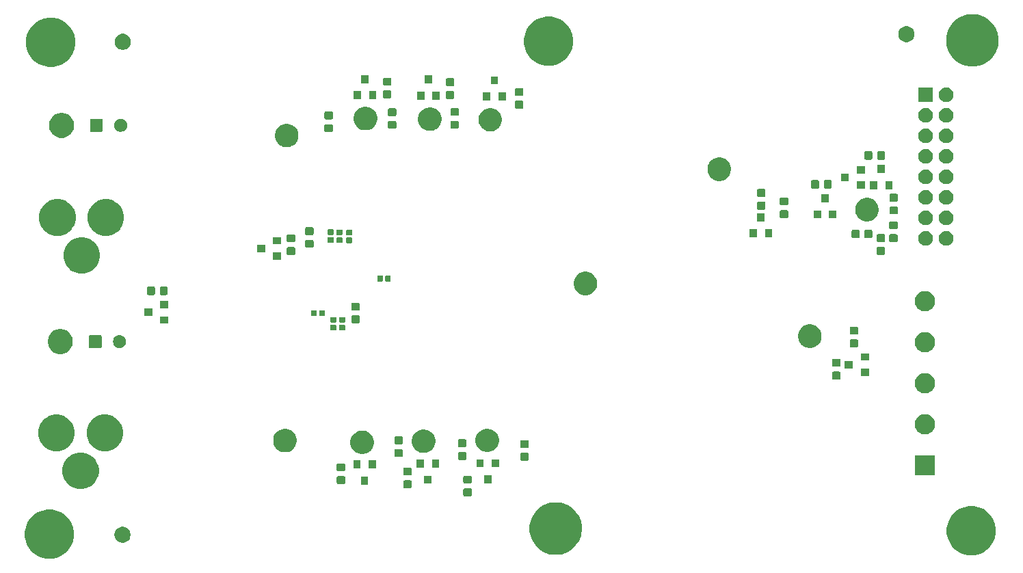
<source format=gbr>
G04 #@! TF.GenerationSoftware,KiCad,Pcbnew,(5.1.5)-3*
G04 #@! TF.CreationDate,2020-07-29T12:33:15-07:00*
G04 #@! TF.ProjectId,Pufferfish-Power-1,50756666-6572-4666-9973-682d506f7765,v0.1*
G04 #@! TF.SameCoordinates,Original*
G04 #@! TF.FileFunction,Soldermask,Bot*
G04 #@! TF.FilePolarity,Negative*
%FSLAX46Y46*%
G04 Gerber Fmt 4.6, Leading zero omitted, Abs format (unit mm)*
G04 Created by KiCad (PCBNEW (5.1.5)-3) date 2020-07-29 12:33:15*
%MOMM*%
%LPD*%
G04 APERTURE LIST*
%ADD10C,0.100000*%
G04 APERTURE END LIST*
D10*
G36*
X95581086Y-130238640D02*
G01*
X96136296Y-130468616D01*
X96635972Y-130802489D01*
X97060911Y-131227428D01*
X97394784Y-131727104D01*
X97624760Y-132282314D01*
X97742000Y-132871722D01*
X97742000Y-133472678D01*
X97624760Y-134062086D01*
X97394784Y-134617296D01*
X97060911Y-135116972D01*
X96635972Y-135541911D01*
X96136296Y-135875784D01*
X95581086Y-136105760D01*
X94991678Y-136223000D01*
X94390722Y-136223000D01*
X93801314Y-136105760D01*
X93246104Y-135875784D01*
X92746428Y-135541911D01*
X92321489Y-135116972D01*
X91987616Y-134617296D01*
X91757640Y-134062086D01*
X91640400Y-133472678D01*
X91640400Y-132871722D01*
X91757640Y-132282314D01*
X91987616Y-131727104D01*
X92321489Y-131227428D01*
X92746428Y-130802489D01*
X93246104Y-130468616D01*
X93801314Y-130238640D01*
X94390722Y-130121400D01*
X94991678Y-130121400D01*
X95581086Y-130238640D01*
G37*
G36*
X209728686Y-129806840D02*
G01*
X210283896Y-130036816D01*
X210783572Y-130370689D01*
X211208511Y-130795628D01*
X211542384Y-131295304D01*
X211772360Y-131850514D01*
X211889600Y-132439922D01*
X211889600Y-133040878D01*
X211772360Y-133630286D01*
X211542384Y-134185496D01*
X211208511Y-134685172D01*
X210783572Y-135110111D01*
X210283896Y-135443984D01*
X209728686Y-135673960D01*
X209139278Y-135791200D01*
X208538322Y-135791200D01*
X207948914Y-135673960D01*
X207393704Y-135443984D01*
X206894028Y-135110111D01*
X206469089Y-134685172D01*
X206135216Y-134185496D01*
X205905240Y-133630286D01*
X205788000Y-133040878D01*
X205788000Y-132439922D01*
X205905240Y-131850514D01*
X206135216Y-131295304D01*
X206469089Y-130795628D01*
X206894028Y-130370689D01*
X207393704Y-130036816D01*
X207948914Y-129806840D01*
X208538322Y-129689600D01*
X209139278Y-129689600D01*
X209728686Y-129806840D01*
G37*
G36*
X158012600Y-129272664D02*
G01*
X158326624Y-129335127D01*
X158918231Y-129580178D01*
X159450665Y-129935939D01*
X159903461Y-130388735D01*
X160259222Y-130921169D01*
X160504273Y-131512776D01*
X160511459Y-131548904D01*
X160629200Y-132140824D01*
X160629200Y-132781176D01*
X160577576Y-133040707D01*
X160504273Y-133409224D01*
X160259222Y-134000831D01*
X159903461Y-134533265D01*
X159450665Y-134986061D01*
X158918231Y-135341822D01*
X158326624Y-135586873D01*
X158080984Y-135635734D01*
X157698576Y-135711800D01*
X157058224Y-135711800D01*
X156675816Y-135635734D01*
X156430176Y-135586873D01*
X155838569Y-135341822D01*
X155306135Y-134986061D01*
X154853339Y-134533265D01*
X154497578Y-134000831D01*
X154252527Y-133409224D01*
X154179224Y-133040707D01*
X154127600Y-132781176D01*
X154127600Y-132140824D01*
X154245341Y-131548904D01*
X154252527Y-131512776D01*
X154497578Y-130921169D01*
X154853339Y-130388735D01*
X155306135Y-129935939D01*
X155838569Y-129580178D01*
X156430176Y-129335127D01*
X156744200Y-129272664D01*
X157058224Y-129210200D01*
X157698576Y-129210200D01*
X158012600Y-129272664D01*
G37*
G36*
X104025289Y-132261429D02*
G01*
X104207278Y-132336811D01*
X104371063Y-132446249D01*
X104510351Y-132585537D01*
X104619789Y-132749322D01*
X104695171Y-132931311D01*
X104733600Y-133124509D01*
X104733600Y-133321491D01*
X104695171Y-133514689D01*
X104619789Y-133696678D01*
X104510351Y-133860463D01*
X104371063Y-133999751D01*
X104207278Y-134109189D01*
X104025289Y-134184571D01*
X103832091Y-134223000D01*
X103635109Y-134223000D01*
X103441911Y-134184571D01*
X103259922Y-134109189D01*
X103096137Y-133999751D01*
X102956849Y-133860463D01*
X102847411Y-133696678D01*
X102772029Y-133514689D01*
X102733600Y-133321491D01*
X102733600Y-133124509D01*
X102772029Y-132931311D01*
X102847411Y-132749322D01*
X102956849Y-132585537D01*
X103096137Y-132446249D01*
X103259922Y-132336811D01*
X103441911Y-132261429D01*
X103635109Y-132223000D01*
X103832091Y-132223000D01*
X104025289Y-132261429D01*
G37*
G36*
X146836677Y-127481074D02*
G01*
X146870445Y-127491318D01*
X146901572Y-127507955D01*
X146928855Y-127530345D01*
X146951245Y-127557628D01*
X146967882Y-127588755D01*
X146978126Y-127622523D01*
X146982200Y-127663893D01*
X146982200Y-128266707D01*
X146978126Y-128308077D01*
X146967882Y-128341845D01*
X146951245Y-128372972D01*
X146928855Y-128400255D01*
X146901572Y-128422645D01*
X146870445Y-128439282D01*
X146836677Y-128449526D01*
X146795307Y-128453600D01*
X146117493Y-128453600D01*
X146076123Y-128449526D01*
X146042355Y-128439282D01*
X146011228Y-128422645D01*
X145983945Y-128400255D01*
X145961555Y-128372972D01*
X145944918Y-128341845D01*
X145934674Y-128308077D01*
X145930600Y-128266707D01*
X145930600Y-127663893D01*
X145934674Y-127622523D01*
X145944918Y-127588755D01*
X145961555Y-127557628D01*
X145983945Y-127530345D01*
X146011228Y-127507955D01*
X146042355Y-127491318D01*
X146076123Y-127481074D01*
X146117493Y-127477000D01*
X146795307Y-127477000D01*
X146836677Y-127481074D01*
G37*
G36*
X99208593Y-123125474D02*
G01*
X99619996Y-123295882D01*
X99784321Y-123405681D01*
X99990249Y-123543277D01*
X100305123Y-123858151D01*
X100403949Y-124006055D01*
X100552518Y-124228404D01*
X100722926Y-124639807D01*
X100809800Y-125076550D01*
X100809800Y-125521850D01*
X100722926Y-125958593D01*
X100552518Y-126369996D01*
X100439095Y-126539745D01*
X100305123Y-126740249D01*
X99990249Y-127055123D01*
X99805122Y-127178820D01*
X99619996Y-127302518D01*
X99208593Y-127472926D01*
X98771850Y-127559800D01*
X98326550Y-127559800D01*
X97889807Y-127472926D01*
X97478404Y-127302518D01*
X97293278Y-127178821D01*
X97108151Y-127055123D01*
X96793277Y-126740249D01*
X96659305Y-126539745D01*
X96545882Y-126369996D01*
X96375474Y-125958593D01*
X96288600Y-125521850D01*
X96288600Y-125076550D01*
X96375474Y-124639807D01*
X96545882Y-124228404D01*
X96694451Y-124006055D01*
X96793277Y-123858151D01*
X97108151Y-123543277D01*
X97314079Y-123405681D01*
X97478404Y-123295882D01*
X97889807Y-123125474D01*
X98326550Y-123038600D01*
X98771850Y-123038600D01*
X99208593Y-123125474D01*
G37*
G36*
X139394477Y-126490474D02*
G01*
X139428245Y-126500718D01*
X139459372Y-126517355D01*
X139486655Y-126539745D01*
X139509045Y-126567028D01*
X139525682Y-126598155D01*
X139535926Y-126631923D01*
X139540000Y-126673293D01*
X139540000Y-127276107D01*
X139535926Y-127317477D01*
X139525682Y-127351245D01*
X139509045Y-127382372D01*
X139486655Y-127409655D01*
X139459372Y-127432045D01*
X139428245Y-127448682D01*
X139394477Y-127458926D01*
X139353107Y-127463000D01*
X138675293Y-127463000D01*
X138633923Y-127458926D01*
X138600155Y-127448682D01*
X138569028Y-127432045D01*
X138541745Y-127409655D01*
X138519355Y-127382372D01*
X138502718Y-127351245D01*
X138492474Y-127317477D01*
X138488400Y-127276107D01*
X138488400Y-126673293D01*
X138492474Y-126631923D01*
X138502718Y-126598155D01*
X138519355Y-126567028D01*
X138541745Y-126539745D01*
X138569028Y-126517355D01*
X138600155Y-126500718D01*
X138633923Y-126490474D01*
X138675293Y-126486400D01*
X139353107Y-126486400D01*
X139394477Y-126490474D01*
G37*
G36*
X134156400Y-127027600D02*
G01*
X133254800Y-127027600D01*
X133254800Y-126026000D01*
X134156400Y-126026000D01*
X134156400Y-127027600D01*
G37*
G36*
X131164877Y-125957074D02*
G01*
X131198645Y-125967318D01*
X131229772Y-125983955D01*
X131257055Y-126006345D01*
X131279445Y-126033628D01*
X131296082Y-126064755D01*
X131306326Y-126098523D01*
X131310400Y-126139893D01*
X131310400Y-126742707D01*
X131306326Y-126784077D01*
X131296082Y-126817845D01*
X131279445Y-126848972D01*
X131257055Y-126876255D01*
X131229772Y-126898645D01*
X131198645Y-126915282D01*
X131164877Y-126925526D01*
X131123507Y-126929600D01*
X130445693Y-126929600D01*
X130404323Y-126925526D01*
X130370555Y-126915282D01*
X130339428Y-126898645D01*
X130312145Y-126876255D01*
X130289755Y-126848972D01*
X130273118Y-126817845D01*
X130262874Y-126784077D01*
X130258800Y-126742707D01*
X130258800Y-126139893D01*
X130262874Y-126098523D01*
X130273118Y-126064755D01*
X130289755Y-126033628D01*
X130312145Y-126006345D01*
X130339428Y-125983955D01*
X130370555Y-125967318D01*
X130404323Y-125957074D01*
X130445693Y-125953000D01*
X131123507Y-125953000D01*
X131164877Y-125957074D01*
G37*
G36*
X142005000Y-126900600D02*
G01*
X141103400Y-126900600D01*
X141103400Y-125899000D01*
X142005000Y-125899000D01*
X142005000Y-126900600D01*
G37*
G36*
X146836677Y-125906074D02*
G01*
X146870445Y-125916318D01*
X146901572Y-125932955D01*
X146928855Y-125955345D01*
X146951245Y-125982628D01*
X146967882Y-126013755D01*
X146978126Y-126047523D01*
X146982200Y-126088893D01*
X146982200Y-126691707D01*
X146978126Y-126733077D01*
X146967882Y-126766845D01*
X146951245Y-126797972D01*
X146928855Y-126825255D01*
X146901572Y-126847645D01*
X146870445Y-126864282D01*
X146836677Y-126874526D01*
X146795307Y-126878600D01*
X146117493Y-126878600D01*
X146076123Y-126874526D01*
X146042355Y-126864282D01*
X146011228Y-126847645D01*
X145983945Y-126825255D01*
X145961555Y-126797972D01*
X145944918Y-126766845D01*
X145934674Y-126733077D01*
X145930600Y-126691707D01*
X145930600Y-126088893D01*
X145934674Y-126047523D01*
X145944918Y-126013755D01*
X145961555Y-125982628D01*
X145983945Y-125955345D01*
X146011228Y-125932955D01*
X146042355Y-125916318D01*
X146076123Y-125906074D01*
X146117493Y-125902000D01*
X146795307Y-125902000D01*
X146836677Y-125906074D01*
G37*
G36*
X149421800Y-126875200D02*
G01*
X148520200Y-126875200D01*
X148520200Y-125873600D01*
X149421800Y-125873600D01*
X149421800Y-126875200D01*
G37*
G36*
X139394477Y-124915474D02*
G01*
X139428245Y-124925718D01*
X139459372Y-124942355D01*
X139486655Y-124964745D01*
X139509045Y-124992028D01*
X139525682Y-125023155D01*
X139535926Y-125056923D01*
X139540000Y-125098293D01*
X139540000Y-125701107D01*
X139535926Y-125742477D01*
X139525682Y-125776245D01*
X139509045Y-125807372D01*
X139486655Y-125834655D01*
X139459372Y-125857045D01*
X139428245Y-125873682D01*
X139394477Y-125883926D01*
X139353107Y-125888000D01*
X138675293Y-125888000D01*
X138633923Y-125883926D01*
X138600155Y-125873682D01*
X138569028Y-125857045D01*
X138541745Y-125834655D01*
X138519355Y-125807372D01*
X138502718Y-125776245D01*
X138492474Y-125742477D01*
X138488400Y-125701107D01*
X138488400Y-125098293D01*
X138492474Y-125056923D01*
X138502718Y-125023155D01*
X138519355Y-124992028D01*
X138541745Y-124964745D01*
X138569028Y-124942355D01*
X138600155Y-124925718D01*
X138633923Y-124915474D01*
X138675293Y-124911400D01*
X139353107Y-124911400D01*
X139394477Y-124915474D01*
G37*
G36*
X204349200Y-125863200D02*
G01*
X201847600Y-125863200D01*
X201847600Y-123361600D01*
X204349200Y-123361600D01*
X204349200Y-125863200D01*
G37*
G36*
X131164877Y-124382074D02*
G01*
X131198645Y-124392318D01*
X131229772Y-124408955D01*
X131257055Y-124431345D01*
X131279445Y-124458628D01*
X131296082Y-124489755D01*
X131306326Y-124523523D01*
X131310400Y-124564893D01*
X131310400Y-125167707D01*
X131306326Y-125209077D01*
X131296082Y-125242845D01*
X131279445Y-125273972D01*
X131257055Y-125301255D01*
X131229772Y-125323645D01*
X131198645Y-125340282D01*
X131164877Y-125350526D01*
X131123507Y-125354600D01*
X130445693Y-125354600D01*
X130404323Y-125350526D01*
X130370555Y-125340282D01*
X130339428Y-125323645D01*
X130312145Y-125301255D01*
X130289755Y-125273972D01*
X130273118Y-125242845D01*
X130262874Y-125209077D01*
X130258800Y-125167707D01*
X130258800Y-124564893D01*
X130262874Y-124523523D01*
X130273118Y-124489755D01*
X130289755Y-124458628D01*
X130312145Y-124431345D01*
X130339428Y-124408955D01*
X130370555Y-124392318D01*
X130404323Y-124382074D01*
X130445693Y-124378000D01*
X131123507Y-124378000D01*
X131164877Y-124382074D01*
G37*
G36*
X133206400Y-125027600D02*
G01*
X132304800Y-125027600D01*
X132304800Y-124026000D01*
X133206400Y-124026000D01*
X133206400Y-125027600D01*
G37*
G36*
X135106400Y-125027600D02*
G01*
X134204800Y-125027600D01*
X134204800Y-124026000D01*
X135106400Y-124026000D01*
X135106400Y-125027600D01*
G37*
G36*
X141055000Y-124900600D02*
G01*
X140153400Y-124900600D01*
X140153400Y-123899000D01*
X141055000Y-123899000D01*
X141055000Y-124900600D01*
G37*
G36*
X142955000Y-124900600D02*
G01*
X142053400Y-124900600D01*
X142053400Y-123899000D01*
X142955000Y-123899000D01*
X142955000Y-124900600D01*
G37*
G36*
X148471800Y-124875200D02*
G01*
X147570200Y-124875200D01*
X147570200Y-123873600D01*
X148471800Y-123873600D01*
X148471800Y-124875200D01*
G37*
G36*
X150371800Y-124875200D02*
G01*
X149470200Y-124875200D01*
X149470200Y-123873600D01*
X150371800Y-123873600D01*
X150371800Y-124875200D01*
G37*
G36*
X153897877Y-123086874D02*
G01*
X153931645Y-123097118D01*
X153962772Y-123113755D01*
X153990055Y-123136145D01*
X154012445Y-123163428D01*
X154029082Y-123194555D01*
X154039326Y-123228323D01*
X154043400Y-123269693D01*
X154043400Y-123872507D01*
X154039326Y-123913877D01*
X154029082Y-123947645D01*
X154012445Y-123978772D01*
X153990055Y-124006055D01*
X153962772Y-124028445D01*
X153931645Y-124045082D01*
X153897877Y-124055326D01*
X153856507Y-124059400D01*
X153178693Y-124059400D01*
X153137323Y-124055326D01*
X153103555Y-124045082D01*
X153072428Y-124028445D01*
X153045145Y-124006055D01*
X153022755Y-123978772D01*
X153006118Y-123947645D01*
X152995874Y-123913877D01*
X152991800Y-123872507D01*
X152991800Y-123269693D01*
X152995874Y-123228323D01*
X153006118Y-123194555D01*
X153022755Y-123163428D01*
X153045145Y-123136145D01*
X153072428Y-123113755D01*
X153103555Y-123097118D01*
X153137323Y-123086874D01*
X153178693Y-123082800D01*
X153856507Y-123082800D01*
X153897877Y-123086874D01*
G37*
G36*
X146176277Y-122985274D02*
G01*
X146210045Y-122995518D01*
X146241172Y-123012155D01*
X146268455Y-123034545D01*
X146290845Y-123061828D01*
X146307482Y-123092955D01*
X146317726Y-123126723D01*
X146321800Y-123168093D01*
X146321800Y-123770907D01*
X146317726Y-123812277D01*
X146307482Y-123846045D01*
X146290845Y-123877172D01*
X146268455Y-123904455D01*
X146241172Y-123926845D01*
X146210045Y-123943482D01*
X146176277Y-123953726D01*
X146134907Y-123957800D01*
X145457093Y-123957800D01*
X145415723Y-123953726D01*
X145381955Y-123943482D01*
X145350828Y-123926845D01*
X145323545Y-123904455D01*
X145301155Y-123877172D01*
X145284518Y-123846045D01*
X145274274Y-123812277D01*
X145270200Y-123770907D01*
X145270200Y-123168093D01*
X145274274Y-123126723D01*
X145284518Y-123092955D01*
X145301155Y-123061828D01*
X145323545Y-123034545D01*
X145350828Y-123012155D01*
X145381955Y-122995518D01*
X145415723Y-122985274D01*
X145457093Y-122981200D01*
X146134907Y-122981200D01*
X146176277Y-122985274D01*
G37*
G36*
X138302277Y-122629674D02*
G01*
X138336045Y-122639918D01*
X138367172Y-122656555D01*
X138394455Y-122678945D01*
X138416845Y-122706228D01*
X138433482Y-122737355D01*
X138443726Y-122771123D01*
X138447800Y-122812493D01*
X138447800Y-123415307D01*
X138443726Y-123456677D01*
X138433482Y-123490445D01*
X138416845Y-123521572D01*
X138394455Y-123548855D01*
X138367172Y-123571245D01*
X138336045Y-123587882D01*
X138302277Y-123598126D01*
X138260907Y-123602200D01*
X137583093Y-123602200D01*
X137541723Y-123598126D01*
X137507955Y-123587882D01*
X137476828Y-123571245D01*
X137449545Y-123548855D01*
X137427155Y-123521572D01*
X137410518Y-123490445D01*
X137400274Y-123456677D01*
X137396200Y-123415307D01*
X137396200Y-122812493D01*
X137400274Y-122771123D01*
X137410518Y-122737355D01*
X137427155Y-122706228D01*
X137449545Y-122678945D01*
X137476828Y-122656555D01*
X137507955Y-122639918D01*
X137541723Y-122629674D01*
X137583093Y-122625600D01*
X138260907Y-122625600D01*
X138302277Y-122629674D01*
G37*
G36*
X133833583Y-120386953D02*
G01*
X134097612Y-120496318D01*
X134335231Y-120655090D01*
X134537310Y-120857169D01*
X134696082Y-121094788D01*
X134805447Y-121358817D01*
X134861200Y-121639109D01*
X134861200Y-121924891D01*
X134805447Y-122205183D01*
X134696082Y-122469212D01*
X134537310Y-122706831D01*
X134335231Y-122908910D01*
X134097612Y-123067682D01*
X133833583Y-123177047D01*
X133553291Y-123232800D01*
X133267509Y-123232800D01*
X132987217Y-123177047D01*
X132723188Y-123067682D01*
X132485569Y-122908910D01*
X132283490Y-122706831D01*
X132124718Y-122469212D01*
X132015353Y-122205183D01*
X131959600Y-121924891D01*
X131959600Y-121639109D01*
X132015353Y-121358817D01*
X132124718Y-121094788D01*
X132283490Y-120857169D01*
X132485569Y-120655090D01*
X132723188Y-120496318D01*
X132987217Y-120386953D01*
X133267509Y-120331200D01*
X133553291Y-120331200D01*
X133833583Y-120386953D01*
G37*
G36*
X141443983Y-120245553D02*
G01*
X141708012Y-120354918D01*
X141945631Y-120513690D01*
X142147710Y-120715769D01*
X142306482Y-120953388D01*
X142415847Y-121217417D01*
X142471600Y-121497709D01*
X142471600Y-121783491D01*
X142415847Y-122063783D01*
X142306482Y-122327812D01*
X142147710Y-122565431D01*
X141945631Y-122767510D01*
X141708012Y-122926282D01*
X141443983Y-123035647D01*
X141163691Y-123091400D01*
X140877909Y-123091400D01*
X140597617Y-123035647D01*
X140333588Y-122926282D01*
X140095969Y-122767510D01*
X139893890Y-122565431D01*
X139735118Y-122327812D01*
X139625753Y-122063783D01*
X139570000Y-121783491D01*
X139570000Y-121497709D01*
X139625753Y-121217417D01*
X139735118Y-120953388D01*
X139893890Y-120715769D01*
X140095969Y-120513690D01*
X140333588Y-120354918D01*
X140597617Y-120245553D01*
X140877909Y-120189800D01*
X141163691Y-120189800D01*
X141443983Y-120245553D01*
G37*
G36*
X124273583Y-120169353D02*
G01*
X124537612Y-120278718D01*
X124775231Y-120437490D01*
X124977310Y-120639569D01*
X125136082Y-120877188D01*
X125245447Y-121141217D01*
X125301200Y-121421509D01*
X125301200Y-121707291D01*
X125245447Y-121987583D01*
X125136082Y-122251612D01*
X124977310Y-122489231D01*
X124775231Y-122691310D01*
X124537612Y-122850082D01*
X124273583Y-122959447D01*
X123993291Y-123015200D01*
X123707509Y-123015200D01*
X123427217Y-122959447D01*
X123163188Y-122850082D01*
X122925569Y-122691310D01*
X122723490Y-122489231D01*
X122564718Y-122251612D01*
X122455353Y-121987583D01*
X122399600Y-121707291D01*
X122399600Y-121421509D01*
X122455353Y-121141217D01*
X122564718Y-120877188D01*
X122723490Y-120639569D01*
X122925569Y-120437490D01*
X123163188Y-120278718D01*
X123427217Y-120169353D01*
X123707509Y-120113600D01*
X123993291Y-120113600D01*
X124273583Y-120169353D01*
G37*
G36*
X149317983Y-120143953D02*
G01*
X149582012Y-120253318D01*
X149819631Y-120412090D01*
X150021710Y-120614169D01*
X150180482Y-120851788D01*
X150289847Y-121115817D01*
X150345600Y-121396109D01*
X150345600Y-121681891D01*
X150289847Y-121962183D01*
X150180482Y-122226212D01*
X150021710Y-122463831D01*
X149819631Y-122665910D01*
X149582012Y-122824682D01*
X149317983Y-122934047D01*
X149037691Y-122989800D01*
X148751909Y-122989800D01*
X148471617Y-122934047D01*
X148207588Y-122824682D01*
X147969969Y-122665910D01*
X147767890Y-122463831D01*
X147609118Y-122226212D01*
X147499753Y-121962183D01*
X147444000Y-121681891D01*
X147444000Y-121396109D01*
X147499753Y-121115817D01*
X147609118Y-120851788D01*
X147767890Y-120614169D01*
X147969969Y-120412090D01*
X148207588Y-120253318D01*
X148471617Y-120143953D01*
X148751909Y-120088200D01*
X149037691Y-120088200D01*
X149317983Y-120143953D01*
G37*
G36*
X96208593Y-118425474D02*
G01*
X96619996Y-118595882D01*
X96805122Y-118719580D01*
X96990249Y-118843277D01*
X97305123Y-119158151D01*
X97428821Y-119343278D01*
X97552518Y-119528404D01*
X97722926Y-119939807D01*
X97809800Y-120376550D01*
X97809800Y-120821850D01*
X97722926Y-121258593D01*
X97552518Y-121669996D01*
X97476683Y-121783491D01*
X97305123Y-122040249D01*
X96990249Y-122355123D01*
X96843099Y-122453445D01*
X96619996Y-122602518D01*
X96208593Y-122772926D01*
X95771850Y-122859800D01*
X95326550Y-122859800D01*
X94889807Y-122772926D01*
X94478404Y-122602518D01*
X94255301Y-122453445D01*
X94108151Y-122355123D01*
X93793277Y-122040249D01*
X93621717Y-121783491D01*
X93545882Y-121669996D01*
X93375474Y-121258593D01*
X93288600Y-120821850D01*
X93288600Y-120376550D01*
X93375474Y-119939807D01*
X93545882Y-119528404D01*
X93669579Y-119343278D01*
X93793277Y-119158151D01*
X94108151Y-118843277D01*
X94293278Y-118719579D01*
X94478404Y-118595882D01*
X94889807Y-118425474D01*
X95326550Y-118338600D01*
X95771850Y-118338600D01*
X96208593Y-118425474D01*
G37*
G36*
X102208593Y-118425474D02*
G01*
X102619996Y-118595882D01*
X102805122Y-118719580D01*
X102990249Y-118843277D01*
X103305123Y-119158151D01*
X103428821Y-119343278D01*
X103552518Y-119528404D01*
X103722926Y-119939807D01*
X103809800Y-120376550D01*
X103809800Y-120821850D01*
X103722926Y-121258593D01*
X103552518Y-121669996D01*
X103476683Y-121783491D01*
X103305123Y-122040249D01*
X102990249Y-122355123D01*
X102843099Y-122453445D01*
X102619996Y-122602518D01*
X102208593Y-122772926D01*
X101771850Y-122859800D01*
X101326550Y-122859800D01*
X100889807Y-122772926D01*
X100478404Y-122602518D01*
X100255301Y-122453445D01*
X100108151Y-122355123D01*
X99793277Y-122040249D01*
X99621717Y-121783491D01*
X99545882Y-121669996D01*
X99375474Y-121258593D01*
X99288600Y-120821850D01*
X99288600Y-120376550D01*
X99375474Y-119939807D01*
X99545882Y-119528404D01*
X99669579Y-119343278D01*
X99793277Y-119158151D01*
X100108151Y-118843277D01*
X100293278Y-118719579D01*
X100478404Y-118595882D01*
X100889807Y-118425474D01*
X101326550Y-118338600D01*
X101771850Y-118338600D01*
X102208593Y-118425474D01*
G37*
G36*
X153897877Y-121511874D02*
G01*
X153931645Y-121522118D01*
X153962772Y-121538755D01*
X153990055Y-121561145D01*
X154012445Y-121588428D01*
X154029082Y-121619555D01*
X154039326Y-121653323D01*
X154043400Y-121694693D01*
X154043400Y-122297507D01*
X154039326Y-122338877D01*
X154029082Y-122372645D01*
X154012445Y-122403772D01*
X153990055Y-122431055D01*
X153962772Y-122453445D01*
X153931645Y-122470082D01*
X153897877Y-122480326D01*
X153856507Y-122484400D01*
X153178693Y-122484400D01*
X153137323Y-122480326D01*
X153103555Y-122470082D01*
X153072428Y-122453445D01*
X153045145Y-122431055D01*
X153022755Y-122403772D01*
X153006118Y-122372645D01*
X152995874Y-122338877D01*
X152991800Y-122297507D01*
X152991800Y-121694693D01*
X152995874Y-121653323D01*
X153006118Y-121619555D01*
X153022755Y-121588428D01*
X153045145Y-121561145D01*
X153072428Y-121538755D01*
X153103555Y-121522118D01*
X153137323Y-121511874D01*
X153178693Y-121507800D01*
X153856507Y-121507800D01*
X153897877Y-121511874D01*
G37*
G36*
X146176277Y-121410274D02*
G01*
X146210045Y-121420518D01*
X146241172Y-121437155D01*
X146268455Y-121459545D01*
X146290845Y-121486828D01*
X146307482Y-121517955D01*
X146317726Y-121551723D01*
X146321800Y-121593093D01*
X146321800Y-122195907D01*
X146317726Y-122237277D01*
X146307482Y-122271045D01*
X146290845Y-122302172D01*
X146268455Y-122329455D01*
X146241172Y-122351845D01*
X146210045Y-122368482D01*
X146176277Y-122378726D01*
X146134907Y-122382800D01*
X145457093Y-122382800D01*
X145415723Y-122378726D01*
X145381955Y-122368482D01*
X145350828Y-122351845D01*
X145323545Y-122329455D01*
X145301155Y-122302172D01*
X145284518Y-122271045D01*
X145274274Y-122237277D01*
X145270200Y-122195907D01*
X145270200Y-121593093D01*
X145274274Y-121551723D01*
X145284518Y-121517955D01*
X145301155Y-121486828D01*
X145323545Y-121459545D01*
X145350828Y-121437155D01*
X145381955Y-121420518D01*
X145415723Y-121410274D01*
X145457093Y-121406200D01*
X146134907Y-121406200D01*
X146176277Y-121410274D01*
G37*
G36*
X138302277Y-121054674D02*
G01*
X138336045Y-121064918D01*
X138367172Y-121081555D01*
X138394455Y-121103945D01*
X138416845Y-121131228D01*
X138433482Y-121162355D01*
X138443726Y-121196123D01*
X138447800Y-121237493D01*
X138447800Y-121840307D01*
X138443726Y-121881677D01*
X138433482Y-121915445D01*
X138416845Y-121946572D01*
X138394455Y-121973855D01*
X138367172Y-121996245D01*
X138336045Y-122012882D01*
X138302277Y-122023126D01*
X138260907Y-122027200D01*
X137583093Y-122027200D01*
X137541723Y-122023126D01*
X137507955Y-122012882D01*
X137476828Y-121996245D01*
X137449545Y-121973855D01*
X137427155Y-121946572D01*
X137410518Y-121915445D01*
X137400274Y-121881677D01*
X137396200Y-121840307D01*
X137396200Y-121237493D01*
X137400274Y-121196123D01*
X137410518Y-121162355D01*
X137427155Y-121131228D01*
X137449545Y-121103945D01*
X137476828Y-121081555D01*
X137507955Y-121064918D01*
X137541723Y-121054674D01*
X137583093Y-121050600D01*
X138260907Y-121050600D01*
X138302277Y-121054674D01*
G37*
G36*
X203342419Y-118305634D02*
G01*
X203463246Y-118329668D01*
X203690876Y-118423955D01*
X203895739Y-118560840D01*
X204069960Y-118735061D01*
X204206845Y-118939924D01*
X204301132Y-119167554D01*
X204349200Y-119409208D01*
X204349200Y-119655592D01*
X204301132Y-119897246D01*
X204206845Y-120124876D01*
X204069960Y-120329739D01*
X203895739Y-120503960D01*
X203690876Y-120640845D01*
X203463246Y-120735132D01*
X203342419Y-120759166D01*
X203221593Y-120783200D01*
X202975207Y-120783200D01*
X202854381Y-120759166D01*
X202733554Y-120735132D01*
X202505924Y-120640845D01*
X202301061Y-120503960D01*
X202126840Y-120329739D01*
X201989955Y-120124876D01*
X201895668Y-119897246D01*
X201847600Y-119655592D01*
X201847600Y-119409208D01*
X201895668Y-119167554D01*
X201989955Y-118939924D01*
X202126840Y-118735061D01*
X202301061Y-118560840D01*
X202505924Y-118423955D01*
X202733554Y-118329668D01*
X202854381Y-118305634D01*
X202975207Y-118281600D01*
X203221593Y-118281600D01*
X203342419Y-118305634D01*
G37*
G36*
X203318715Y-113220919D02*
G01*
X203463246Y-113249668D01*
X203690876Y-113343955D01*
X203895739Y-113480840D01*
X204069960Y-113655061D01*
X204206845Y-113859924D01*
X204301132Y-114087554D01*
X204349200Y-114329208D01*
X204349200Y-114575592D01*
X204301132Y-114817246D01*
X204206845Y-115044876D01*
X204069960Y-115249739D01*
X203895739Y-115423960D01*
X203690876Y-115560845D01*
X203463246Y-115655132D01*
X203342419Y-115679166D01*
X203221593Y-115703200D01*
X202975207Y-115703200D01*
X202854381Y-115679166D01*
X202733554Y-115655132D01*
X202505924Y-115560845D01*
X202301061Y-115423960D01*
X202126840Y-115249739D01*
X201989955Y-115044876D01*
X201895668Y-114817246D01*
X201847600Y-114575592D01*
X201847600Y-114329208D01*
X201895668Y-114087554D01*
X201989955Y-113859924D01*
X202126840Y-113655061D01*
X202301061Y-113480840D01*
X202505924Y-113343955D01*
X202733554Y-113249668D01*
X202878085Y-113220919D01*
X202975207Y-113201600D01*
X203221593Y-113201600D01*
X203318715Y-113220919D01*
G37*
G36*
X192505877Y-113028474D02*
G01*
X192539645Y-113038718D01*
X192570772Y-113055355D01*
X192598055Y-113077745D01*
X192620445Y-113105028D01*
X192637082Y-113136155D01*
X192647326Y-113169923D01*
X192651400Y-113211293D01*
X192651400Y-113814107D01*
X192647326Y-113855477D01*
X192637082Y-113889245D01*
X192620445Y-113920372D01*
X192598055Y-113947655D01*
X192570772Y-113970045D01*
X192539645Y-113986682D01*
X192505877Y-113996926D01*
X192464507Y-114001000D01*
X191786693Y-114001000D01*
X191745323Y-113996926D01*
X191711555Y-113986682D01*
X191680428Y-113970045D01*
X191653145Y-113947655D01*
X191630755Y-113920372D01*
X191614118Y-113889245D01*
X191603874Y-113855477D01*
X191599800Y-113814107D01*
X191599800Y-113211293D01*
X191603874Y-113169923D01*
X191614118Y-113136155D01*
X191630755Y-113105028D01*
X191653145Y-113077745D01*
X191680428Y-113055355D01*
X191711555Y-113038718D01*
X191745323Y-113028474D01*
X191786693Y-113024400D01*
X192464507Y-113024400D01*
X192505877Y-113028474D01*
G37*
G36*
X196166400Y-113567200D02*
G01*
X195164800Y-113567200D01*
X195164800Y-112665600D01*
X196166400Y-112665600D01*
X196166400Y-113567200D01*
G37*
G36*
X194166400Y-112617200D02*
G01*
X193164800Y-112617200D01*
X193164800Y-111715600D01*
X194166400Y-111715600D01*
X194166400Y-112617200D01*
G37*
G36*
X192505877Y-111453474D02*
G01*
X192539645Y-111463718D01*
X192570772Y-111480355D01*
X192598055Y-111502745D01*
X192620445Y-111530028D01*
X192637082Y-111561155D01*
X192647326Y-111594923D01*
X192651400Y-111636293D01*
X192651400Y-112239107D01*
X192647326Y-112280477D01*
X192637082Y-112314245D01*
X192620445Y-112345372D01*
X192598055Y-112372655D01*
X192570772Y-112395045D01*
X192539645Y-112411682D01*
X192505877Y-112421926D01*
X192464507Y-112426000D01*
X191786693Y-112426000D01*
X191745323Y-112421926D01*
X191711555Y-112411682D01*
X191680428Y-112395045D01*
X191653145Y-112372655D01*
X191630755Y-112345372D01*
X191614118Y-112314245D01*
X191603874Y-112280477D01*
X191599800Y-112239107D01*
X191599800Y-111636293D01*
X191603874Y-111594923D01*
X191614118Y-111561155D01*
X191630755Y-111530028D01*
X191653145Y-111502745D01*
X191680428Y-111480355D01*
X191711555Y-111463718D01*
X191745323Y-111453474D01*
X191786693Y-111449400D01*
X192464507Y-111449400D01*
X192505877Y-111453474D01*
G37*
G36*
X196166400Y-111667200D02*
G01*
X195164800Y-111667200D01*
X195164800Y-110765600D01*
X196166400Y-110765600D01*
X196166400Y-111667200D01*
G37*
G36*
X96487752Y-107804996D02*
G01*
X96769979Y-107921899D01*
X97023978Y-108091615D01*
X97239985Y-108307622D01*
X97409701Y-108561621D01*
X97526604Y-108843848D01*
X97586200Y-109143459D01*
X97586200Y-109448941D01*
X97526604Y-109748552D01*
X97409701Y-110030779D01*
X97239985Y-110284778D01*
X97023978Y-110500785D01*
X96769979Y-110670501D01*
X96487752Y-110787404D01*
X96188141Y-110847000D01*
X95882659Y-110847000D01*
X95583048Y-110787404D01*
X95300821Y-110670501D01*
X95046822Y-110500785D01*
X94830815Y-110284778D01*
X94661099Y-110030779D01*
X94544196Y-109748552D01*
X94484600Y-109448941D01*
X94484600Y-109143459D01*
X94544196Y-108843848D01*
X94661099Y-108561621D01*
X94830815Y-108307622D01*
X95046822Y-108091615D01*
X95300821Y-107921899D01*
X95583048Y-107804996D01*
X95882659Y-107745400D01*
X96188141Y-107745400D01*
X96487752Y-107804996D01*
G37*
G36*
X203342419Y-108145634D02*
G01*
X203463246Y-108169668D01*
X203690876Y-108263955D01*
X203895739Y-108400840D01*
X204069960Y-108575061D01*
X204206845Y-108779924D01*
X204301132Y-109007554D01*
X204307720Y-109040674D01*
X204349200Y-109249207D01*
X204349200Y-109495593D01*
X204336263Y-109560631D01*
X204301132Y-109737246D01*
X204206845Y-109964876D01*
X204069960Y-110169739D01*
X203895739Y-110343960D01*
X203690876Y-110480845D01*
X203463246Y-110575132D01*
X203342419Y-110599166D01*
X203221593Y-110623200D01*
X202975207Y-110623200D01*
X202854381Y-110599166D01*
X202733554Y-110575132D01*
X202505924Y-110480845D01*
X202301061Y-110343960D01*
X202126840Y-110169739D01*
X201989955Y-109964876D01*
X201895668Y-109737246D01*
X201860537Y-109560631D01*
X201847600Y-109495593D01*
X201847600Y-109249207D01*
X201889080Y-109040674D01*
X201895668Y-109007554D01*
X201989955Y-108779924D01*
X202126840Y-108575061D01*
X202301061Y-108400840D01*
X202505924Y-108263955D01*
X202733554Y-108169668D01*
X202854381Y-108145634D01*
X202975207Y-108121600D01*
X203221593Y-108121600D01*
X203342419Y-108145634D01*
G37*
G36*
X103588985Y-108526174D02*
G01*
X103644620Y-108549219D01*
X103734724Y-108586541D01*
X103818058Y-108642224D01*
X103865880Y-108674178D01*
X103977422Y-108785720D01*
X103977424Y-108785723D01*
X104065059Y-108916876D01*
X104065060Y-108916879D01*
X104125426Y-109062615D01*
X104156200Y-109217328D01*
X104156200Y-109375072D01*
X104125426Y-109529785D01*
X104112649Y-109560631D01*
X104065059Y-109675524D01*
X104023817Y-109737246D01*
X103977422Y-109806680D01*
X103865880Y-109918222D01*
X103865877Y-109918224D01*
X103734724Y-110005859D01*
X103717001Y-110013200D01*
X103588985Y-110066226D01*
X103434272Y-110097000D01*
X103276528Y-110097000D01*
X103121815Y-110066226D01*
X102993799Y-110013200D01*
X102976076Y-110005859D01*
X102844923Y-109918224D01*
X102844920Y-109918222D01*
X102733378Y-109806680D01*
X102686983Y-109737246D01*
X102645741Y-109675524D01*
X102598151Y-109560631D01*
X102585374Y-109529785D01*
X102554600Y-109375072D01*
X102554600Y-109217328D01*
X102585374Y-109062615D01*
X102645740Y-108916879D01*
X102645741Y-108916876D01*
X102733376Y-108785723D01*
X102733378Y-108785720D01*
X102844920Y-108674178D01*
X102892742Y-108642224D01*
X102976076Y-108586541D01*
X103066180Y-108549219D01*
X103121815Y-108526174D01*
X103276528Y-108495400D01*
X103434272Y-108495400D01*
X103588985Y-108526174D01*
G37*
G36*
X101009376Y-108499505D02*
G01*
X101043448Y-108509841D01*
X101074851Y-108526626D01*
X101102381Y-108549219D01*
X101124974Y-108576749D01*
X101141759Y-108608152D01*
X101152095Y-108642224D01*
X101156200Y-108683910D01*
X101156200Y-109908490D01*
X101152095Y-109950176D01*
X101141759Y-109984248D01*
X101124974Y-110015651D01*
X101102381Y-110043181D01*
X101074851Y-110065774D01*
X101043448Y-110082559D01*
X101009376Y-110092895D01*
X100967690Y-110097000D01*
X99743110Y-110097000D01*
X99701424Y-110092895D01*
X99667352Y-110082559D01*
X99635949Y-110065774D01*
X99608419Y-110043181D01*
X99585826Y-110015651D01*
X99569041Y-109984248D01*
X99558705Y-109950176D01*
X99554600Y-109908490D01*
X99554600Y-108683910D01*
X99558705Y-108642224D01*
X99569041Y-108608152D01*
X99585826Y-108576749D01*
X99608419Y-108549219D01*
X99635949Y-108526626D01*
X99667352Y-108509841D01*
X99701424Y-108499505D01*
X99743110Y-108495400D01*
X100967690Y-108495400D01*
X101009376Y-108499505D01*
G37*
G36*
X189272183Y-107240753D02*
G01*
X189536212Y-107350118D01*
X189773831Y-107508890D01*
X189975910Y-107710969D01*
X190134682Y-107948588D01*
X190244047Y-108212617D01*
X190299800Y-108492909D01*
X190299800Y-108778691D01*
X190244047Y-109058983D01*
X190134682Y-109323012D01*
X189975910Y-109560631D01*
X189773831Y-109762710D01*
X189536212Y-109921482D01*
X189272183Y-110030847D01*
X188991891Y-110086600D01*
X188706109Y-110086600D01*
X188425817Y-110030847D01*
X188161788Y-109921482D01*
X187924169Y-109762710D01*
X187722090Y-109560631D01*
X187563318Y-109323012D01*
X187453953Y-109058983D01*
X187398200Y-108778691D01*
X187398200Y-108492909D01*
X187453953Y-108212617D01*
X187563318Y-107948588D01*
X187722090Y-107710969D01*
X187924169Y-107508890D01*
X188161788Y-107350118D01*
X188425817Y-107240753D01*
X188706109Y-107185000D01*
X188991891Y-107185000D01*
X189272183Y-107240753D01*
G37*
G36*
X194690277Y-109040674D02*
G01*
X194724045Y-109050918D01*
X194755172Y-109067555D01*
X194782455Y-109089945D01*
X194804845Y-109117228D01*
X194821482Y-109148355D01*
X194831726Y-109182123D01*
X194835800Y-109223493D01*
X194835800Y-109826307D01*
X194831726Y-109867677D01*
X194821482Y-109901445D01*
X194804845Y-109932572D01*
X194782455Y-109959855D01*
X194755172Y-109982245D01*
X194724045Y-109998882D01*
X194690277Y-110009126D01*
X194648907Y-110013200D01*
X193971093Y-110013200D01*
X193929723Y-110009126D01*
X193895955Y-109998882D01*
X193864828Y-109982245D01*
X193837545Y-109959855D01*
X193815155Y-109932572D01*
X193798518Y-109901445D01*
X193788274Y-109867677D01*
X193784200Y-109826307D01*
X193784200Y-109223493D01*
X193788274Y-109182123D01*
X193798518Y-109148355D01*
X193815155Y-109117228D01*
X193837545Y-109089945D01*
X193864828Y-109067555D01*
X193895955Y-109050918D01*
X193929723Y-109040674D01*
X193971093Y-109036600D01*
X194648907Y-109036600D01*
X194690277Y-109040674D01*
G37*
G36*
X194690277Y-107465674D02*
G01*
X194724045Y-107475918D01*
X194755172Y-107492555D01*
X194782455Y-107514945D01*
X194804845Y-107542228D01*
X194821482Y-107573355D01*
X194831726Y-107607123D01*
X194835800Y-107648493D01*
X194835800Y-108251307D01*
X194831726Y-108292677D01*
X194821482Y-108326445D01*
X194804845Y-108357572D01*
X194782455Y-108384855D01*
X194755172Y-108407245D01*
X194724045Y-108423882D01*
X194690277Y-108434126D01*
X194648907Y-108438200D01*
X193971093Y-108438200D01*
X193929723Y-108434126D01*
X193895955Y-108423882D01*
X193864828Y-108407245D01*
X193837545Y-108384855D01*
X193815155Y-108357572D01*
X193798518Y-108326445D01*
X193788274Y-108292677D01*
X193784200Y-108251307D01*
X193784200Y-107648493D01*
X193788274Y-107607123D01*
X193798518Y-107573355D01*
X193815155Y-107542228D01*
X193837545Y-107514945D01*
X193864828Y-107492555D01*
X193895955Y-107475918D01*
X193929723Y-107465674D01*
X193971093Y-107461600D01*
X194648907Y-107461600D01*
X194690277Y-107465674D01*
G37*
G36*
X130127425Y-107228305D02*
G01*
X130147828Y-107234495D01*
X130166639Y-107244549D01*
X130183123Y-107258077D01*
X130196651Y-107274561D01*
X130206705Y-107293372D01*
X130212895Y-107313775D01*
X130215600Y-107341243D01*
X130215600Y-107801557D01*
X130212895Y-107829025D01*
X130206705Y-107849428D01*
X130196651Y-107868239D01*
X130183123Y-107884723D01*
X130166639Y-107898251D01*
X130147828Y-107908305D01*
X130127425Y-107914495D01*
X130099957Y-107917200D01*
X129589643Y-107917200D01*
X129562175Y-107914495D01*
X129541772Y-107908305D01*
X129522961Y-107898251D01*
X129506477Y-107884723D01*
X129492949Y-107868239D01*
X129482895Y-107849428D01*
X129476705Y-107829025D01*
X129474000Y-107801557D01*
X129474000Y-107341243D01*
X129476705Y-107313775D01*
X129482895Y-107293372D01*
X129492949Y-107274561D01*
X129506477Y-107258077D01*
X129522961Y-107244549D01*
X129541772Y-107234495D01*
X129562175Y-107228305D01*
X129589643Y-107225600D01*
X130099957Y-107225600D01*
X130127425Y-107228305D01*
G37*
G36*
X131219625Y-107228305D02*
G01*
X131240028Y-107234495D01*
X131258839Y-107244549D01*
X131275323Y-107258077D01*
X131288851Y-107274561D01*
X131298905Y-107293372D01*
X131305095Y-107313775D01*
X131307800Y-107341243D01*
X131307800Y-107801557D01*
X131305095Y-107829025D01*
X131298905Y-107849428D01*
X131288851Y-107868239D01*
X131275323Y-107884723D01*
X131258839Y-107898251D01*
X131240028Y-107908305D01*
X131219625Y-107914495D01*
X131192157Y-107917200D01*
X130681843Y-107917200D01*
X130654375Y-107914495D01*
X130633972Y-107908305D01*
X130615161Y-107898251D01*
X130598677Y-107884723D01*
X130585149Y-107868239D01*
X130575095Y-107849428D01*
X130568905Y-107829025D01*
X130566200Y-107801557D01*
X130566200Y-107341243D01*
X130568905Y-107313775D01*
X130575095Y-107293372D01*
X130585149Y-107274561D01*
X130598677Y-107258077D01*
X130615161Y-107244549D01*
X130633972Y-107234495D01*
X130654375Y-107228305D01*
X130681843Y-107225600D01*
X131192157Y-107225600D01*
X131219625Y-107228305D01*
G37*
G36*
X109425400Y-107090200D02*
G01*
X108423800Y-107090200D01*
X108423800Y-106188600D01*
X109425400Y-106188600D01*
X109425400Y-107090200D01*
G37*
G36*
X132968277Y-106068874D02*
G01*
X133002045Y-106079118D01*
X133033172Y-106095755D01*
X133060455Y-106118145D01*
X133082845Y-106145428D01*
X133099482Y-106176555D01*
X133109726Y-106210323D01*
X133113800Y-106251693D01*
X133113800Y-106854507D01*
X133109726Y-106895877D01*
X133099482Y-106929645D01*
X133082845Y-106960772D01*
X133060455Y-106988055D01*
X133033172Y-107010445D01*
X133002045Y-107027082D01*
X132968277Y-107037326D01*
X132926907Y-107041400D01*
X132249093Y-107041400D01*
X132207723Y-107037326D01*
X132173955Y-107027082D01*
X132142828Y-107010445D01*
X132115545Y-106988055D01*
X132093155Y-106960772D01*
X132076518Y-106929645D01*
X132066274Y-106895877D01*
X132062200Y-106854507D01*
X132062200Y-106251693D01*
X132066274Y-106210323D01*
X132076518Y-106176555D01*
X132093155Y-106145428D01*
X132115545Y-106118145D01*
X132142828Y-106095755D01*
X132173955Y-106079118D01*
X132207723Y-106068874D01*
X132249093Y-106064800D01*
X132926907Y-106064800D01*
X132968277Y-106068874D01*
G37*
G36*
X130127425Y-106258305D02*
G01*
X130147828Y-106264495D01*
X130166639Y-106274549D01*
X130183123Y-106288077D01*
X130196651Y-106304561D01*
X130206705Y-106323372D01*
X130212895Y-106343775D01*
X130215600Y-106371243D01*
X130215600Y-106831557D01*
X130212895Y-106859025D01*
X130206705Y-106879428D01*
X130196651Y-106898239D01*
X130183123Y-106914723D01*
X130166639Y-106928251D01*
X130147828Y-106938305D01*
X130127425Y-106944495D01*
X130099957Y-106947200D01*
X129589643Y-106947200D01*
X129562175Y-106944495D01*
X129541772Y-106938305D01*
X129522961Y-106928251D01*
X129506477Y-106914723D01*
X129492949Y-106898239D01*
X129482895Y-106879428D01*
X129476705Y-106859025D01*
X129474000Y-106831557D01*
X129474000Y-106371243D01*
X129476705Y-106343775D01*
X129482895Y-106323372D01*
X129492949Y-106304561D01*
X129506477Y-106288077D01*
X129522961Y-106274549D01*
X129541772Y-106264495D01*
X129562175Y-106258305D01*
X129589643Y-106255600D01*
X130099957Y-106255600D01*
X130127425Y-106258305D01*
G37*
G36*
X131219625Y-106258305D02*
G01*
X131240028Y-106264495D01*
X131258839Y-106274549D01*
X131275323Y-106288077D01*
X131288851Y-106304561D01*
X131298905Y-106323372D01*
X131305095Y-106343775D01*
X131307800Y-106371243D01*
X131307800Y-106831557D01*
X131305095Y-106859025D01*
X131298905Y-106879428D01*
X131288851Y-106898239D01*
X131275323Y-106914723D01*
X131258839Y-106928251D01*
X131240028Y-106938305D01*
X131219625Y-106944495D01*
X131192157Y-106947200D01*
X130681843Y-106947200D01*
X130654375Y-106944495D01*
X130633972Y-106938305D01*
X130615161Y-106928251D01*
X130598677Y-106914723D01*
X130585149Y-106898239D01*
X130575095Y-106879428D01*
X130568905Y-106859025D01*
X130566200Y-106831557D01*
X130566200Y-106371243D01*
X130568905Y-106343775D01*
X130575095Y-106323372D01*
X130585149Y-106304561D01*
X130598677Y-106288077D01*
X130615161Y-106274549D01*
X130633972Y-106264495D01*
X130654375Y-106258305D01*
X130681843Y-106255600D01*
X131192157Y-106255600D01*
X131219625Y-106258305D01*
G37*
G36*
X127712425Y-105422905D02*
G01*
X127732828Y-105429095D01*
X127751639Y-105439149D01*
X127768123Y-105452677D01*
X127781651Y-105469161D01*
X127791705Y-105487972D01*
X127797895Y-105508375D01*
X127800600Y-105535843D01*
X127800600Y-106046157D01*
X127797895Y-106073625D01*
X127791705Y-106094028D01*
X127781651Y-106112839D01*
X127768123Y-106129323D01*
X127751639Y-106142851D01*
X127732828Y-106152905D01*
X127712425Y-106159095D01*
X127684957Y-106161800D01*
X127224643Y-106161800D01*
X127197175Y-106159095D01*
X127176772Y-106152905D01*
X127157961Y-106142851D01*
X127141477Y-106129323D01*
X127127949Y-106112839D01*
X127117895Y-106094028D01*
X127111705Y-106073625D01*
X127109000Y-106046157D01*
X127109000Y-105535843D01*
X127111705Y-105508375D01*
X127117895Y-105487972D01*
X127127949Y-105469161D01*
X127141477Y-105452677D01*
X127157961Y-105439149D01*
X127176772Y-105429095D01*
X127197175Y-105422905D01*
X127224643Y-105420200D01*
X127684957Y-105420200D01*
X127712425Y-105422905D01*
G37*
G36*
X128682425Y-105422905D02*
G01*
X128702828Y-105429095D01*
X128721639Y-105439149D01*
X128738123Y-105452677D01*
X128751651Y-105469161D01*
X128761705Y-105487972D01*
X128767895Y-105508375D01*
X128770600Y-105535843D01*
X128770600Y-106046157D01*
X128767895Y-106073625D01*
X128761705Y-106094028D01*
X128751651Y-106112839D01*
X128738123Y-106129323D01*
X128721639Y-106142851D01*
X128702828Y-106152905D01*
X128682425Y-106159095D01*
X128654957Y-106161800D01*
X128194643Y-106161800D01*
X128167175Y-106159095D01*
X128146772Y-106152905D01*
X128127961Y-106142851D01*
X128111477Y-106129323D01*
X128097949Y-106112839D01*
X128087895Y-106094028D01*
X128081705Y-106073625D01*
X128079000Y-106046157D01*
X128079000Y-105535843D01*
X128081705Y-105508375D01*
X128087895Y-105487972D01*
X128097949Y-105469161D01*
X128111477Y-105452677D01*
X128127961Y-105439149D01*
X128146772Y-105429095D01*
X128167175Y-105422905D01*
X128194643Y-105420200D01*
X128654957Y-105420200D01*
X128682425Y-105422905D01*
G37*
G36*
X107425400Y-106140200D02*
G01*
X106423800Y-106140200D01*
X106423800Y-105238600D01*
X107425400Y-105238600D01*
X107425400Y-106140200D01*
G37*
G36*
X203342419Y-103065634D02*
G01*
X203463246Y-103089668D01*
X203690876Y-103183955D01*
X203895739Y-103320840D01*
X204069960Y-103495061D01*
X204206845Y-103699924D01*
X204301132Y-103927554D01*
X204349200Y-104169208D01*
X204349200Y-104415592D01*
X204301132Y-104657246D01*
X204206845Y-104884876D01*
X204069960Y-105089739D01*
X203895739Y-105263960D01*
X203690876Y-105400845D01*
X203463246Y-105495132D01*
X203396669Y-105508375D01*
X203221593Y-105543200D01*
X202975207Y-105543200D01*
X202800131Y-105508375D01*
X202733554Y-105495132D01*
X202505924Y-105400845D01*
X202301061Y-105263960D01*
X202126840Y-105089739D01*
X201989955Y-104884876D01*
X201895668Y-104657246D01*
X201847600Y-104415592D01*
X201847600Y-104169208D01*
X201895668Y-103927554D01*
X201989955Y-103699924D01*
X202126840Y-103495061D01*
X202301061Y-103320840D01*
X202505924Y-103183955D01*
X202733554Y-103089668D01*
X202854381Y-103065634D01*
X202975207Y-103041600D01*
X203221593Y-103041600D01*
X203342419Y-103065634D01*
G37*
G36*
X132968277Y-104493874D02*
G01*
X133002045Y-104504118D01*
X133033172Y-104520755D01*
X133060455Y-104543145D01*
X133082845Y-104570428D01*
X133099482Y-104601555D01*
X133109726Y-104635323D01*
X133113800Y-104676693D01*
X133113800Y-105279507D01*
X133109726Y-105320877D01*
X133099482Y-105354645D01*
X133082845Y-105385772D01*
X133060455Y-105413055D01*
X133033172Y-105435445D01*
X133002045Y-105452082D01*
X132968277Y-105462326D01*
X132926907Y-105466400D01*
X132249093Y-105466400D01*
X132207723Y-105462326D01*
X132173955Y-105452082D01*
X132142828Y-105435445D01*
X132115545Y-105413055D01*
X132093155Y-105385772D01*
X132076518Y-105354645D01*
X132066274Y-105320877D01*
X132062200Y-105279507D01*
X132062200Y-104676693D01*
X132066274Y-104635323D01*
X132076518Y-104601555D01*
X132093155Y-104570428D01*
X132115545Y-104543145D01*
X132142828Y-104520755D01*
X132173955Y-104504118D01*
X132207723Y-104493874D01*
X132249093Y-104489800D01*
X132926907Y-104489800D01*
X132968277Y-104493874D01*
G37*
G36*
X109425400Y-105190200D02*
G01*
X108423800Y-105190200D01*
X108423800Y-104288600D01*
X109425400Y-104288600D01*
X109425400Y-105190200D01*
G37*
G36*
X161484583Y-100712953D02*
G01*
X161748612Y-100822318D01*
X161986231Y-100981090D01*
X162188310Y-101183169D01*
X162347082Y-101420788D01*
X162456447Y-101684817D01*
X162512200Y-101965109D01*
X162512200Y-102250891D01*
X162456447Y-102531183D01*
X162347082Y-102795212D01*
X162188310Y-103032831D01*
X161986231Y-103234910D01*
X161748612Y-103393682D01*
X161484583Y-103503047D01*
X161204291Y-103558800D01*
X160918509Y-103558800D01*
X160638217Y-103503047D01*
X160374188Y-103393682D01*
X160136569Y-103234910D01*
X159934490Y-103032831D01*
X159775718Y-102795212D01*
X159666353Y-102531183D01*
X159610600Y-102250891D01*
X159610600Y-101965109D01*
X159666353Y-101684817D01*
X159775718Y-101420788D01*
X159934490Y-101183169D01*
X160136569Y-100981090D01*
X160374188Y-100822318D01*
X160638217Y-100712953D01*
X160918509Y-100657200D01*
X161204291Y-100657200D01*
X161484583Y-100712953D01*
G37*
G36*
X109181877Y-102500674D02*
G01*
X109215645Y-102510918D01*
X109246772Y-102527555D01*
X109274055Y-102549945D01*
X109296445Y-102577228D01*
X109313082Y-102608355D01*
X109323326Y-102642123D01*
X109327400Y-102683493D01*
X109327400Y-103361307D01*
X109323326Y-103402677D01*
X109313082Y-103436445D01*
X109296445Y-103467572D01*
X109274055Y-103494855D01*
X109246772Y-103517245D01*
X109215645Y-103533882D01*
X109181877Y-103544126D01*
X109140507Y-103548200D01*
X108537693Y-103548200D01*
X108496323Y-103544126D01*
X108462555Y-103533882D01*
X108431428Y-103517245D01*
X108404145Y-103494855D01*
X108381755Y-103467572D01*
X108365118Y-103436445D01*
X108354874Y-103402677D01*
X108350800Y-103361307D01*
X108350800Y-102683493D01*
X108354874Y-102642123D01*
X108365118Y-102608355D01*
X108381755Y-102577228D01*
X108404145Y-102549945D01*
X108431428Y-102527555D01*
X108462555Y-102510918D01*
X108496323Y-102500674D01*
X108537693Y-102496600D01*
X109140507Y-102496600D01*
X109181877Y-102500674D01*
G37*
G36*
X107606877Y-102500674D02*
G01*
X107640645Y-102510918D01*
X107671772Y-102527555D01*
X107699055Y-102549945D01*
X107721445Y-102577228D01*
X107738082Y-102608355D01*
X107748326Y-102642123D01*
X107752400Y-102683493D01*
X107752400Y-103361307D01*
X107748326Y-103402677D01*
X107738082Y-103436445D01*
X107721445Y-103467572D01*
X107699055Y-103494855D01*
X107671772Y-103517245D01*
X107640645Y-103533882D01*
X107606877Y-103544126D01*
X107565507Y-103548200D01*
X106962693Y-103548200D01*
X106921323Y-103544126D01*
X106887555Y-103533882D01*
X106856428Y-103517245D01*
X106829145Y-103494855D01*
X106806755Y-103467572D01*
X106790118Y-103436445D01*
X106779874Y-103402677D01*
X106775800Y-103361307D01*
X106775800Y-102683493D01*
X106779874Y-102642123D01*
X106790118Y-102608355D01*
X106806755Y-102577228D01*
X106829145Y-102549945D01*
X106856428Y-102527555D01*
X106887555Y-102510918D01*
X106921323Y-102500674D01*
X106962693Y-102496600D01*
X107565507Y-102496600D01*
X107606877Y-102500674D01*
G37*
G36*
X136858825Y-101130305D02*
G01*
X136879228Y-101136495D01*
X136898039Y-101146549D01*
X136914523Y-101160077D01*
X136928051Y-101176561D01*
X136938105Y-101195372D01*
X136944295Y-101215775D01*
X136947000Y-101243243D01*
X136947000Y-101753557D01*
X136944295Y-101781025D01*
X136938105Y-101801428D01*
X136928051Y-101820239D01*
X136914523Y-101836723D01*
X136898039Y-101850251D01*
X136879228Y-101860305D01*
X136858825Y-101866495D01*
X136831357Y-101869200D01*
X136371043Y-101869200D01*
X136343575Y-101866495D01*
X136323172Y-101860305D01*
X136304361Y-101850251D01*
X136287877Y-101836723D01*
X136274349Y-101820239D01*
X136264295Y-101801428D01*
X136258105Y-101781025D01*
X136255400Y-101753557D01*
X136255400Y-101243243D01*
X136258105Y-101215775D01*
X136264295Y-101195372D01*
X136274349Y-101176561D01*
X136287877Y-101160077D01*
X136304361Y-101146549D01*
X136323172Y-101136495D01*
X136343575Y-101130305D01*
X136371043Y-101127600D01*
X136831357Y-101127600D01*
X136858825Y-101130305D01*
G37*
G36*
X135888825Y-101130305D02*
G01*
X135909228Y-101136495D01*
X135928039Y-101146549D01*
X135944523Y-101160077D01*
X135958051Y-101176561D01*
X135968105Y-101195372D01*
X135974295Y-101215775D01*
X135977000Y-101243243D01*
X135977000Y-101753557D01*
X135974295Y-101781025D01*
X135968105Y-101801428D01*
X135958051Y-101820239D01*
X135944523Y-101836723D01*
X135928039Y-101850251D01*
X135909228Y-101860305D01*
X135888825Y-101866495D01*
X135861357Y-101869200D01*
X135401043Y-101869200D01*
X135373575Y-101866495D01*
X135353172Y-101860305D01*
X135334361Y-101850251D01*
X135317877Y-101836723D01*
X135304349Y-101820239D01*
X135294295Y-101801428D01*
X135288105Y-101781025D01*
X135285400Y-101753557D01*
X135285400Y-101243243D01*
X135288105Y-101215775D01*
X135294295Y-101195372D01*
X135304349Y-101176561D01*
X135317877Y-101160077D01*
X135334361Y-101146549D01*
X135353172Y-101136495D01*
X135373575Y-101130305D01*
X135401043Y-101127600D01*
X135861357Y-101127600D01*
X135888825Y-101130305D01*
G37*
G36*
X99335593Y-96455474D02*
G01*
X99746996Y-96625882D01*
X99891282Y-96722291D01*
X100117249Y-96873277D01*
X100432123Y-97188151D01*
X100519071Y-97318279D01*
X100679518Y-97558404D01*
X100849926Y-97969807D01*
X100936800Y-98406550D01*
X100936800Y-98851850D01*
X100849926Y-99288593D01*
X100679518Y-99699996D01*
X100555821Y-99885122D01*
X100432123Y-100070249D01*
X100117249Y-100385123D01*
X99932122Y-100508821D01*
X99746996Y-100632518D01*
X99335593Y-100802926D01*
X98898850Y-100889800D01*
X98453550Y-100889800D01*
X98016807Y-100802926D01*
X97605404Y-100632518D01*
X97420278Y-100508821D01*
X97235151Y-100385123D01*
X96920277Y-100070249D01*
X96796579Y-99885122D01*
X96672882Y-99699996D01*
X96502474Y-99288593D01*
X96415600Y-98851850D01*
X96415600Y-98406550D01*
X96502474Y-97969807D01*
X96672882Y-97558404D01*
X96833329Y-97318279D01*
X96920277Y-97188151D01*
X97235151Y-96873277D01*
X97461118Y-96722291D01*
X97605404Y-96625882D01*
X98016807Y-96455474D01*
X98453550Y-96368600D01*
X98898850Y-96368600D01*
X99335593Y-96455474D01*
G37*
G36*
X123395400Y-99165400D02*
G01*
X122393800Y-99165400D01*
X122393800Y-98263800D01*
X123395400Y-98263800D01*
X123395400Y-99165400D01*
G37*
G36*
X124967277Y-97610674D02*
G01*
X125001045Y-97620918D01*
X125032172Y-97637555D01*
X125059455Y-97659945D01*
X125081845Y-97687228D01*
X125098482Y-97718355D01*
X125108726Y-97752123D01*
X125112800Y-97793493D01*
X125112800Y-98396307D01*
X125108726Y-98437677D01*
X125098482Y-98471445D01*
X125081845Y-98502572D01*
X125059455Y-98529855D01*
X125032172Y-98552245D01*
X125001045Y-98568882D01*
X124967277Y-98579126D01*
X124925907Y-98583200D01*
X124248093Y-98583200D01*
X124206723Y-98579126D01*
X124172955Y-98568882D01*
X124141828Y-98552245D01*
X124114545Y-98529855D01*
X124092155Y-98502572D01*
X124075518Y-98471445D01*
X124065274Y-98437677D01*
X124061200Y-98396307D01*
X124061200Y-97793493D01*
X124065274Y-97752123D01*
X124075518Y-97718355D01*
X124092155Y-97687228D01*
X124114545Y-97659945D01*
X124141828Y-97637555D01*
X124172955Y-97620918D01*
X124206723Y-97610674D01*
X124248093Y-97606600D01*
X124925907Y-97606600D01*
X124967277Y-97610674D01*
G37*
G36*
X198017677Y-97585274D02*
G01*
X198051445Y-97595518D01*
X198082572Y-97612155D01*
X198109855Y-97634545D01*
X198132245Y-97661828D01*
X198148882Y-97692955D01*
X198159126Y-97726723D01*
X198163200Y-97768093D01*
X198163200Y-98370907D01*
X198159126Y-98412277D01*
X198148882Y-98446045D01*
X198132245Y-98477172D01*
X198109855Y-98504455D01*
X198082572Y-98526845D01*
X198051445Y-98543482D01*
X198017677Y-98553726D01*
X197976307Y-98557800D01*
X197298493Y-98557800D01*
X197257123Y-98553726D01*
X197223355Y-98543482D01*
X197192228Y-98526845D01*
X197164945Y-98504455D01*
X197142555Y-98477172D01*
X197125918Y-98446045D01*
X197115674Y-98412277D01*
X197111600Y-98370907D01*
X197111600Y-97768093D01*
X197115674Y-97726723D01*
X197125918Y-97692955D01*
X197142555Y-97661828D01*
X197164945Y-97634545D01*
X197192228Y-97612155D01*
X197223355Y-97595518D01*
X197257123Y-97585274D01*
X197298493Y-97581200D01*
X197976307Y-97581200D01*
X198017677Y-97585274D01*
G37*
G36*
X121395400Y-98215400D02*
G01*
X120393800Y-98215400D01*
X120393800Y-97313800D01*
X121395400Y-97313800D01*
X121395400Y-98215400D01*
G37*
G36*
X127253277Y-96721674D02*
G01*
X127287045Y-96731918D01*
X127318172Y-96748555D01*
X127345455Y-96770945D01*
X127367845Y-96798228D01*
X127384482Y-96829355D01*
X127394726Y-96863123D01*
X127398800Y-96904493D01*
X127398800Y-97507307D01*
X127394726Y-97548677D01*
X127384482Y-97582445D01*
X127367845Y-97613572D01*
X127345455Y-97640855D01*
X127318172Y-97663245D01*
X127287045Y-97679882D01*
X127253277Y-97690126D01*
X127211907Y-97694200D01*
X126534093Y-97694200D01*
X126492723Y-97690126D01*
X126458955Y-97679882D01*
X126427828Y-97663245D01*
X126400545Y-97640855D01*
X126378155Y-97613572D01*
X126361518Y-97582445D01*
X126351274Y-97548677D01*
X126347200Y-97507307D01*
X126347200Y-96904493D01*
X126351274Y-96863123D01*
X126361518Y-96829355D01*
X126378155Y-96798228D01*
X126400545Y-96770945D01*
X126427828Y-96748555D01*
X126458955Y-96731918D01*
X126492723Y-96721674D01*
X126534093Y-96717600D01*
X127211907Y-96717600D01*
X127253277Y-96721674D01*
G37*
G36*
X205977354Y-95653817D02*
G01*
X206141289Y-95721721D01*
X206288827Y-95820303D01*
X206414297Y-95945773D01*
X206512879Y-96093311D01*
X206580783Y-96257246D01*
X206615400Y-96431279D01*
X206615400Y-96608721D01*
X206580783Y-96782754D01*
X206512879Y-96946689D01*
X206414297Y-97094227D01*
X206288827Y-97219697D01*
X206141289Y-97318279D01*
X205977354Y-97386183D01*
X205803321Y-97420800D01*
X205625879Y-97420800D01*
X205451846Y-97386183D01*
X205287911Y-97318279D01*
X205140373Y-97219697D01*
X205014903Y-97094227D01*
X204916321Y-96946689D01*
X204848417Y-96782754D01*
X204813800Y-96608721D01*
X204813800Y-96431279D01*
X204848417Y-96257246D01*
X204916321Y-96093311D01*
X205014903Y-95945773D01*
X205140373Y-95820303D01*
X205287911Y-95721721D01*
X205451846Y-95653817D01*
X205625879Y-95619200D01*
X205803321Y-95619200D01*
X205977354Y-95653817D01*
G37*
G36*
X203437354Y-95653817D02*
G01*
X203601289Y-95721721D01*
X203748827Y-95820303D01*
X203874297Y-95945773D01*
X203972879Y-96093311D01*
X204040783Y-96257246D01*
X204075400Y-96431279D01*
X204075400Y-96608721D01*
X204040783Y-96782754D01*
X203972879Y-96946689D01*
X203874297Y-97094227D01*
X203748827Y-97219697D01*
X203601289Y-97318279D01*
X203437354Y-97386183D01*
X203263321Y-97420800D01*
X203085879Y-97420800D01*
X202911846Y-97386183D01*
X202747911Y-97318279D01*
X202600373Y-97219697D01*
X202474903Y-97094227D01*
X202376321Y-96946689D01*
X202308417Y-96782754D01*
X202273800Y-96608721D01*
X202273800Y-96431279D01*
X202308417Y-96257246D01*
X202376321Y-96093311D01*
X202474903Y-95945773D01*
X202600373Y-95820303D01*
X202747911Y-95721721D01*
X202911846Y-95653817D01*
X203085879Y-95619200D01*
X203263321Y-95619200D01*
X203437354Y-95653817D01*
G37*
G36*
X123395400Y-97265400D02*
G01*
X122393800Y-97265400D01*
X122393800Y-96363800D01*
X123395400Y-96363800D01*
X123395400Y-97265400D01*
G37*
G36*
X132083225Y-96433305D02*
G01*
X132103628Y-96439495D01*
X132122439Y-96449549D01*
X132138923Y-96463077D01*
X132152451Y-96479561D01*
X132162505Y-96498372D01*
X132168695Y-96518775D01*
X132171400Y-96546243D01*
X132171400Y-97006557D01*
X132168695Y-97034025D01*
X132162505Y-97054428D01*
X132152451Y-97073239D01*
X132138923Y-97089723D01*
X132122439Y-97103251D01*
X132103628Y-97113305D01*
X132083225Y-97119495D01*
X132055757Y-97122200D01*
X131545443Y-97122200D01*
X131517975Y-97119495D01*
X131497572Y-97113305D01*
X131478761Y-97103251D01*
X131462277Y-97089723D01*
X131448749Y-97073239D01*
X131438695Y-97054428D01*
X131432505Y-97034025D01*
X131429800Y-97006557D01*
X131429800Y-96546243D01*
X131432505Y-96518775D01*
X131438695Y-96498372D01*
X131448749Y-96479561D01*
X131462277Y-96463077D01*
X131478761Y-96449549D01*
X131497572Y-96439495D01*
X131517975Y-96433305D01*
X131545443Y-96430600D01*
X132055757Y-96430600D01*
X132083225Y-96433305D01*
G37*
G36*
X130889425Y-96407905D02*
G01*
X130909828Y-96414095D01*
X130928639Y-96424149D01*
X130945123Y-96437677D01*
X130958651Y-96454161D01*
X130968705Y-96472972D01*
X130974895Y-96493375D01*
X130977600Y-96520843D01*
X130977600Y-96981157D01*
X130974895Y-97008625D01*
X130968705Y-97029028D01*
X130958651Y-97047839D01*
X130945123Y-97064323D01*
X130928639Y-97077851D01*
X130909828Y-97087905D01*
X130889425Y-97094095D01*
X130861957Y-97096800D01*
X130351643Y-97096800D01*
X130324175Y-97094095D01*
X130303772Y-97087905D01*
X130284961Y-97077851D01*
X130268477Y-97064323D01*
X130254949Y-97047839D01*
X130244895Y-97029028D01*
X130238705Y-97008625D01*
X130236000Y-96981157D01*
X130236000Y-96520843D01*
X130238705Y-96493375D01*
X130244895Y-96472972D01*
X130254949Y-96454161D01*
X130268477Y-96437677D01*
X130284961Y-96424149D01*
X130303772Y-96414095D01*
X130324175Y-96407905D01*
X130351643Y-96405200D01*
X130861957Y-96405200D01*
X130889425Y-96407905D01*
G37*
G36*
X129797225Y-96382505D02*
G01*
X129817628Y-96388695D01*
X129836439Y-96398749D01*
X129852923Y-96412277D01*
X129866451Y-96428761D01*
X129876505Y-96447572D01*
X129882695Y-96467975D01*
X129885400Y-96495443D01*
X129885400Y-96955757D01*
X129882695Y-96983225D01*
X129876505Y-97003628D01*
X129866451Y-97022439D01*
X129852923Y-97038923D01*
X129836439Y-97052451D01*
X129817628Y-97062505D01*
X129797225Y-97068695D01*
X129769757Y-97071400D01*
X129259443Y-97071400D01*
X129231975Y-97068695D01*
X129211572Y-97062505D01*
X129192761Y-97052451D01*
X129176277Y-97038923D01*
X129162749Y-97022439D01*
X129152695Y-97003628D01*
X129146505Y-96983225D01*
X129143800Y-96955757D01*
X129143800Y-96495443D01*
X129146505Y-96467975D01*
X129152695Y-96447572D01*
X129162749Y-96428761D01*
X129176277Y-96412277D01*
X129192761Y-96398749D01*
X129211572Y-96388695D01*
X129231975Y-96382505D01*
X129259443Y-96379800D01*
X129769757Y-96379800D01*
X129797225Y-96382505D01*
G37*
G36*
X124967277Y-96035674D02*
G01*
X125001045Y-96045918D01*
X125032172Y-96062555D01*
X125059455Y-96084945D01*
X125081845Y-96112228D01*
X125098482Y-96143355D01*
X125108726Y-96177123D01*
X125112800Y-96218493D01*
X125112800Y-96821307D01*
X125108726Y-96862677D01*
X125098482Y-96896445D01*
X125081845Y-96927572D01*
X125059455Y-96954855D01*
X125032172Y-96977245D01*
X125001045Y-96993882D01*
X124967277Y-97004126D01*
X124925907Y-97008200D01*
X124248093Y-97008200D01*
X124206723Y-97004126D01*
X124172955Y-96993882D01*
X124141828Y-96977245D01*
X124114545Y-96954855D01*
X124092155Y-96927572D01*
X124075518Y-96896445D01*
X124065274Y-96862677D01*
X124061200Y-96821307D01*
X124061200Y-96218493D01*
X124065274Y-96177123D01*
X124075518Y-96143355D01*
X124092155Y-96112228D01*
X124114545Y-96084945D01*
X124141828Y-96062555D01*
X124172955Y-96045918D01*
X124206723Y-96035674D01*
X124248093Y-96031600D01*
X124925907Y-96031600D01*
X124967277Y-96035674D01*
G37*
G36*
X199567077Y-96010474D02*
G01*
X199600845Y-96020718D01*
X199631972Y-96037355D01*
X199659255Y-96059745D01*
X199681645Y-96087028D01*
X199698282Y-96118155D01*
X199708526Y-96151923D01*
X199712600Y-96193293D01*
X199712600Y-96796107D01*
X199708526Y-96837477D01*
X199698282Y-96871245D01*
X199681645Y-96902372D01*
X199659255Y-96929655D01*
X199631972Y-96952045D01*
X199600845Y-96968682D01*
X199567077Y-96978926D01*
X199525707Y-96983000D01*
X198847893Y-96983000D01*
X198806523Y-96978926D01*
X198772755Y-96968682D01*
X198741628Y-96952045D01*
X198714345Y-96929655D01*
X198691955Y-96902372D01*
X198675318Y-96871245D01*
X198665074Y-96837477D01*
X198661000Y-96796107D01*
X198661000Y-96193293D01*
X198665074Y-96151923D01*
X198675318Y-96118155D01*
X198691955Y-96087028D01*
X198714345Y-96059745D01*
X198741628Y-96037355D01*
X198772755Y-96020718D01*
X198806523Y-96010474D01*
X198847893Y-96006400D01*
X199525707Y-96006400D01*
X199567077Y-96010474D01*
G37*
G36*
X198017677Y-96010274D02*
G01*
X198051445Y-96020518D01*
X198082572Y-96037155D01*
X198109855Y-96059545D01*
X198132245Y-96086828D01*
X198148882Y-96117955D01*
X198159126Y-96151723D01*
X198163200Y-96193093D01*
X198163200Y-96795907D01*
X198159126Y-96837277D01*
X198148882Y-96871045D01*
X198132245Y-96902172D01*
X198109855Y-96929455D01*
X198082572Y-96951845D01*
X198051445Y-96968482D01*
X198017677Y-96978726D01*
X197976307Y-96982800D01*
X197298493Y-96982800D01*
X197257123Y-96978726D01*
X197223355Y-96968482D01*
X197192228Y-96951845D01*
X197164945Y-96929455D01*
X197142555Y-96902172D01*
X197125918Y-96871045D01*
X197115674Y-96837277D01*
X197111600Y-96795907D01*
X197111600Y-96193093D01*
X197115674Y-96151723D01*
X197125918Y-96117955D01*
X197142555Y-96086828D01*
X197164945Y-96059545D01*
X197192228Y-96037155D01*
X197223355Y-96020518D01*
X197257123Y-96010274D01*
X197298493Y-96006200D01*
X197976307Y-96006200D01*
X198017677Y-96010274D01*
G37*
G36*
X194855877Y-95464874D02*
G01*
X194889645Y-95475118D01*
X194920772Y-95491755D01*
X194948055Y-95514145D01*
X194970445Y-95541428D01*
X194987082Y-95572555D01*
X194997326Y-95606323D01*
X195001400Y-95647693D01*
X195001400Y-96325507D01*
X194997326Y-96366877D01*
X194987082Y-96400645D01*
X194970445Y-96431772D01*
X194948055Y-96459055D01*
X194920772Y-96481445D01*
X194889645Y-96498082D01*
X194855877Y-96508326D01*
X194814507Y-96512400D01*
X194211693Y-96512400D01*
X194170323Y-96508326D01*
X194136555Y-96498082D01*
X194105428Y-96481445D01*
X194078145Y-96459055D01*
X194055755Y-96431772D01*
X194039118Y-96400645D01*
X194028874Y-96366877D01*
X194024800Y-96325507D01*
X194024800Y-95647693D01*
X194028874Y-95606323D01*
X194039118Y-95572555D01*
X194055755Y-95541428D01*
X194078145Y-95514145D01*
X194105428Y-95491755D01*
X194136555Y-95475118D01*
X194170323Y-95464874D01*
X194211693Y-95460800D01*
X194814507Y-95460800D01*
X194855877Y-95464874D01*
G37*
G36*
X196430877Y-95464874D02*
G01*
X196464645Y-95475118D01*
X196495772Y-95491755D01*
X196523055Y-95514145D01*
X196545445Y-95541428D01*
X196562082Y-95572555D01*
X196572326Y-95606323D01*
X196576400Y-95647693D01*
X196576400Y-96325507D01*
X196572326Y-96366877D01*
X196562082Y-96400645D01*
X196545445Y-96431772D01*
X196523055Y-96459055D01*
X196495772Y-96481445D01*
X196464645Y-96498082D01*
X196430877Y-96508326D01*
X196389507Y-96512400D01*
X195786693Y-96512400D01*
X195745323Y-96508326D01*
X195711555Y-96498082D01*
X195680428Y-96481445D01*
X195653145Y-96459055D01*
X195630755Y-96431772D01*
X195614118Y-96400645D01*
X195603874Y-96366877D01*
X195599800Y-96325507D01*
X195599800Y-95647693D01*
X195603874Y-95606323D01*
X195614118Y-95572555D01*
X195630755Y-95541428D01*
X195653145Y-95514145D01*
X195680428Y-95491755D01*
X195711555Y-95475118D01*
X195745323Y-95464874D01*
X195786693Y-95460800D01*
X196389507Y-95460800D01*
X196430877Y-95464874D01*
G37*
G36*
X184189400Y-96411200D02*
G01*
X183287800Y-96411200D01*
X183287800Y-95409600D01*
X184189400Y-95409600D01*
X184189400Y-96411200D01*
G37*
G36*
X182289400Y-96411200D02*
G01*
X181387800Y-96411200D01*
X181387800Y-95409600D01*
X182289400Y-95409600D01*
X182289400Y-96411200D01*
G37*
G36*
X102335593Y-91755474D02*
G01*
X102746996Y-91925882D01*
X102909325Y-92034347D01*
X103117249Y-92173277D01*
X103432123Y-92488151D01*
X103527401Y-92630745D01*
X103679518Y-92858404D01*
X103849926Y-93269807D01*
X103936800Y-93706550D01*
X103936800Y-94151850D01*
X103849926Y-94588593D01*
X103679518Y-94999996D01*
X103584233Y-95142600D01*
X103432123Y-95370249D01*
X103117249Y-95685123D01*
X102932122Y-95808820D01*
X102746996Y-95932518D01*
X102335593Y-96102926D01*
X101898850Y-96189800D01*
X101453550Y-96189800D01*
X101016807Y-96102926D01*
X100605404Y-95932518D01*
X100420278Y-95808820D01*
X100235151Y-95685123D01*
X99920277Y-95370249D01*
X99768167Y-95142600D01*
X99672882Y-94999996D01*
X99502474Y-94588593D01*
X99415600Y-94151850D01*
X99415600Y-93706550D01*
X99502474Y-93269807D01*
X99672882Y-92858404D01*
X99824999Y-92630745D01*
X99920277Y-92488151D01*
X100235151Y-92173277D01*
X100443075Y-92034347D01*
X100605404Y-91925882D01*
X101016807Y-91755474D01*
X101453550Y-91668600D01*
X101898850Y-91668600D01*
X102335593Y-91755474D01*
G37*
G36*
X96335593Y-91755474D02*
G01*
X96746996Y-91925882D01*
X96909325Y-92034347D01*
X97117249Y-92173277D01*
X97432123Y-92488151D01*
X97527401Y-92630745D01*
X97679518Y-92858404D01*
X97849926Y-93269807D01*
X97936800Y-93706550D01*
X97936800Y-94151850D01*
X97849926Y-94588593D01*
X97679518Y-94999996D01*
X97584233Y-95142600D01*
X97432123Y-95370249D01*
X97117249Y-95685123D01*
X96932122Y-95808820D01*
X96746996Y-95932518D01*
X96335593Y-96102926D01*
X95898850Y-96189800D01*
X95453550Y-96189800D01*
X95016807Y-96102926D01*
X94605404Y-95932518D01*
X94420278Y-95808820D01*
X94235151Y-95685123D01*
X93920277Y-95370249D01*
X93768167Y-95142600D01*
X93672882Y-94999996D01*
X93502474Y-94588593D01*
X93415600Y-94151850D01*
X93415600Y-93706550D01*
X93502474Y-93269807D01*
X93672882Y-92858404D01*
X93824999Y-92630745D01*
X93920277Y-92488151D01*
X94235151Y-92173277D01*
X94443075Y-92034347D01*
X94605404Y-91925882D01*
X95016807Y-91755474D01*
X95453550Y-91668600D01*
X95898850Y-91668600D01*
X96335593Y-91755474D01*
G37*
G36*
X132083225Y-95463305D02*
G01*
X132103628Y-95469495D01*
X132122439Y-95479549D01*
X132138923Y-95493077D01*
X132152451Y-95509561D01*
X132162505Y-95528372D01*
X132168695Y-95548775D01*
X132171400Y-95576243D01*
X132171400Y-96036557D01*
X132168695Y-96064025D01*
X132162505Y-96084428D01*
X132152451Y-96103239D01*
X132138923Y-96119723D01*
X132122439Y-96133251D01*
X132103628Y-96143305D01*
X132083225Y-96149495D01*
X132055757Y-96152200D01*
X131545443Y-96152200D01*
X131517975Y-96149495D01*
X131497572Y-96143305D01*
X131478761Y-96133251D01*
X131462277Y-96119723D01*
X131448749Y-96103239D01*
X131438695Y-96084428D01*
X131432505Y-96064025D01*
X131429800Y-96036557D01*
X131429800Y-95576243D01*
X131432505Y-95548775D01*
X131438695Y-95528372D01*
X131448749Y-95509561D01*
X131462277Y-95493077D01*
X131478761Y-95479549D01*
X131497572Y-95469495D01*
X131517975Y-95463305D01*
X131545443Y-95460600D01*
X132055757Y-95460600D01*
X132083225Y-95463305D01*
G37*
G36*
X130889425Y-95437905D02*
G01*
X130909828Y-95444095D01*
X130928639Y-95454149D01*
X130945123Y-95467677D01*
X130958651Y-95484161D01*
X130968705Y-95502972D01*
X130974895Y-95523375D01*
X130977600Y-95550843D01*
X130977600Y-96011157D01*
X130974895Y-96038625D01*
X130968705Y-96059028D01*
X130958651Y-96077839D01*
X130945123Y-96094323D01*
X130928639Y-96107851D01*
X130909828Y-96117905D01*
X130889425Y-96124095D01*
X130861957Y-96126800D01*
X130351643Y-96126800D01*
X130324175Y-96124095D01*
X130303772Y-96117905D01*
X130284961Y-96107851D01*
X130268477Y-96094323D01*
X130254949Y-96077839D01*
X130244895Y-96059028D01*
X130238705Y-96038625D01*
X130236000Y-96011157D01*
X130236000Y-95550843D01*
X130238705Y-95523375D01*
X130244895Y-95502972D01*
X130254949Y-95484161D01*
X130268477Y-95467677D01*
X130284961Y-95454149D01*
X130303772Y-95444095D01*
X130324175Y-95437905D01*
X130351643Y-95435200D01*
X130861957Y-95435200D01*
X130889425Y-95437905D01*
G37*
G36*
X127253277Y-95146674D02*
G01*
X127287045Y-95156918D01*
X127318172Y-95173555D01*
X127345455Y-95195945D01*
X127367845Y-95223228D01*
X127384482Y-95254355D01*
X127394726Y-95288123D01*
X127398800Y-95329493D01*
X127398800Y-95932307D01*
X127394726Y-95973677D01*
X127384482Y-96007445D01*
X127367845Y-96038572D01*
X127345455Y-96065855D01*
X127318172Y-96088245D01*
X127287045Y-96104882D01*
X127253277Y-96115126D01*
X127211907Y-96119200D01*
X126534093Y-96119200D01*
X126492723Y-96115126D01*
X126458955Y-96104882D01*
X126427828Y-96088245D01*
X126400545Y-96065855D01*
X126378155Y-96038572D01*
X126361518Y-96007445D01*
X126351274Y-95973677D01*
X126347200Y-95932307D01*
X126347200Y-95329493D01*
X126351274Y-95288123D01*
X126361518Y-95254355D01*
X126378155Y-95223228D01*
X126400545Y-95195945D01*
X126427828Y-95173555D01*
X126458955Y-95156918D01*
X126492723Y-95146674D01*
X126534093Y-95142600D01*
X127211907Y-95142600D01*
X127253277Y-95146674D01*
G37*
G36*
X129797225Y-95412505D02*
G01*
X129817628Y-95418695D01*
X129836439Y-95428749D01*
X129852923Y-95442277D01*
X129866451Y-95458761D01*
X129876505Y-95477572D01*
X129882695Y-95497975D01*
X129885400Y-95525443D01*
X129885400Y-95985757D01*
X129882695Y-96013225D01*
X129876505Y-96033628D01*
X129866451Y-96052439D01*
X129852923Y-96068923D01*
X129836439Y-96082451D01*
X129817628Y-96092505D01*
X129797225Y-96098695D01*
X129769757Y-96101400D01*
X129259443Y-96101400D01*
X129231975Y-96098695D01*
X129211572Y-96092505D01*
X129192761Y-96082451D01*
X129176277Y-96068923D01*
X129162749Y-96052439D01*
X129152695Y-96033628D01*
X129146505Y-96013225D01*
X129143800Y-95985757D01*
X129143800Y-95525443D01*
X129146505Y-95497975D01*
X129152695Y-95477572D01*
X129162749Y-95458761D01*
X129176277Y-95442277D01*
X129192761Y-95428749D01*
X129211572Y-95418695D01*
X129231975Y-95412505D01*
X129259443Y-95409800D01*
X129769757Y-95409800D01*
X129797225Y-95412505D01*
G37*
G36*
X199567077Y-94435474D02*
G01*
X199600845Y-94445718D01*
X199631972Y-94462355D01*
X199659255Y-94484745D01*
X199681645Y-94512028D01*
X199698282Y-94543155D01*
X199708526Y-94576923D01*
X199712600Y-94618293D01*
X199712600Y-95221107D01*
X199708526Y-95262477D01*
X199698282Y-95296245D01*
X199681645Y-95327372D01*
X199659255Y-95354655D01*
X199631972Y-95377045D01*
X199600845Y-95393682D01*
X199567077Y-95403926D01*
X199525707Y-95408000D01*
X198847893Y-95408000D01*
X198806523Y-95403926D01*
X198772755Y-95393682D01*
X198741628Y-95377045D01*
X198714345Y-95354655D01*
X198691955Y-95327372D01*
X198675318Y-95296245D01*
X198665074Y-95262477D01*
X198661000Y-95221107D01*
X198661000Y-94618293D01*
X198665074Y-94576923D01*
X198675318Y-94543155D01*
X198691955Y-94512028D01*
X198714345Y-94484745D01*
X198741628Y-94462355D01*
X198772755Y-94445718D01*
X198806523Y-94435474D01*
X198847893Y-94431400D01*
X199525707Y-94431400D01*
X199567077Y-94435474D01*
G37*
G36*
X203437354Y-93113817D02*
G01*
X203601289Y-93181721D01*
X203748827Y-93280303D01*
X203874297Y-93405773D01*
X203972879Y-93553311D01*
X204040783Y-93717246D01*
X204075400Y-93891279D01*
X204075400Y-94068721D01*
X204040783Y-94242754D01*
X203972879Y-94406689D01*
X203874297Y-94554227D01*
X203748827Y-94679697D01*
X203601289Y-94778279D01*
X203437354Y-94846183D01*
X203263321Y-94880800D01*
X203085879Y-94880800D01*
X202911846Y-94846183D01*
X202747911Y-94778279D01*
X202600373Y-94679697D01*
X202474903Y-94554227D01*
X202376321Y-94406689D01*
X202308417Y-94242754D01*
X202273800Y-94068721D01*
X202273800Y-93891279D01*
X202308417Y-93717246D01*
X202376321Y-93553311D01*
X202474903Y-93405773D01*
X202600373Y-93280303D01*
X202747911Y-93181721D01*
X202911846Y-93113817D01*
X203085879Y-93079200D01*
X203263321Y-93079200D01*
X203437354Y-93113817D01*
G37*
G36*
X205977354Y-93113817D02*
G01*
X206141289Y-93181721D01*
X206288827Y-93280303D01*
X206414297Y-93405773D01*
X206512879Y-93553311D01*
X206580783Y-93717246D01*
X206615400Y-93891279D01*
X206615400Y-94068721D01*
X206580783Y-94242754D01*
X206512879Y-94406689D01*
X206414297Y-94554227D01*
X206288827Y-94679697D01*
X206141289Y-94778279D01*
X205977354Y-94846183D01*
X205803321Y-94880800D01*
X205625879Y-94880800D01*
X205451846Y-94846183D01*
X205287911Y-94778279D01*
X205140373Y-94679697D01*
X205014903Y-94554227D01*
X204916321Y-94406689D01*
X204848417Y-94242754D01*
X204813800Y-94068721D01*
X204813800Y-93891279D01*
X204848417Y-93717246D01*
X204916321Y-93553311D01*
X205014903Y-93405773D01*
X205140373Y-93280303D01*
X205287911Y-93181721D01*
X205451846Y-93113817D01*
X205625879Y-93079200D01*
X205803321Y-93079200D01*
X205977354Y-93113817D01*
G37*
G36*
X196333383Y-91568953D02*
G01*
X196597412Y-91678318D01*
X196835031Y-91837090D01*
X197037110Y-92039169D01*
X197195882Y-92276788D01*
X197305247Y-92540817D01*
X197361000Y-92821109D01*
X197361000Y-93106891D01*
X197305247Y-93387183D01*
X197195882Y-93651212D01*
X197037110Y-93888831D01*
X196835031Y-94090910D01*
X196597412Y-94249682D01*
X196333383Y-94359047D01*
X196053091Y-94414800D01*
X195767309Y-94414800D01*
X195487017Y-94359047D01*
X195222988Y-94249682D01*
X194985369Y-94090910D01*
X194783290Y-93888831D01*
X194624518Y-93651212D01*
X194515153Y-93387183D01*
X194459400Y-93106891D01*
X194459400Y-92821109D01*
X194515153Y-92540817D01*
X194624518Y-92276788D01*
X194783290Y-92039169D01*
X194985369Y-91837090D01*
X195222988Y-91678318D01*
X195487017Y-91568953D01*
X195767309Y-91513200D01*
X196053091Y-91513200D01*
X196333383Y-91568953D01*
G37*
G36*
X183239400Y-94411200D02*
G01*
X182337800Y-94411200D01*
X182337800Y-93409600D01*
X183239400Y-93409600D01*
X183239400Y-94411200D01*
G37*
G36*
X190229400Y-94058400D02*
G01*
X189327800Y-94058400D01*
X189327800Y-93056800D01*
X190229400Y-93056800D01*
X190229400Y-94058400D01*
G37*
G36*
X192129400Y-94058400D02*
G01*
X191227800Y-94058400D01*
X191227800Y-93056800D01*
X192129400Y-93056800D01*
X192129400Y-94058400D01*
G37*
G36*
X186028877Y-93038674D02*
G01*
X186062645Y-93048918D01*
X186093772Y-93065555D01*
X186121055Y-93087945D01*
X186143445Y-93115228D01*
X186160082Y-93146355D01*
X186170326Y-93180123D01*
X186174400Y-93221493D01*
X186174400Y-93824307D01*
X186170326Y-93865677D01*
X186160082Y-93899445D01*
X186143445Y-93930572D01*
X186121055Y-93957855D01*
X186093772Y-93980245D01*
X186062645Y-93996882D01*
X186028877Y-94007126D01*
X185987507Y-94011200D01*
X185309693Y-94011200D01*
X185268323Y-94007126D01*
X185234555Y-93996882D01*
X185203428Y-93980245D01*
X185176145Y-93957855D01*
X185153755Y-93930572D01*
X185137118Y-93899445D01*
X185126874Y-93865677D01*
X185122800Y-93824307D01*
X185122800Y-93221493D01*
X185126874Y-93180123D01*
X185137118Y-93146355D01*
X185153755Y-93115228D01*
X185176145Y-93087945D01*
X185203428Y-93065555D01*
X185234555Y-93048918D01*
X185268323Y-93038674D01*
X185309693Y-93034600D01*
X185987507Y-93034600D01*
X186028877Y-93038674D01*
G37*
G36*
X199592477Y-92581474D02*
G01*
X199626245Y-92591718D01*
X199657372Y-92608355D01*
X199684655Y-92630745D01*
X199707045Y-92658028D01*
X199723682Y-92689155D01*
X199733926Y-92722923D01*
X199738000Y-92764293D01*
X199738000Y-93367107D01*
X199733926Y-93408477D01*
X199723682Y-93442245D01*
X199707045Y-93473372D01*
X199684655Y-93500655D01*
X199657372Y-93523045D01*
X199626245Y-93539682D01*
X199592477Y-93549926D01*
X199551107Y-93554000D01*
X198873293Y-93554000D01*
X198831923Y-93549926D01*
X198798155Y-93539682D01*
X198767028Y-93523045D01*
X198739745Y-93500655D01*
X198717355Y-93473372D01*
X198700718Y-93442245D01*
X198690474Y-93408477D01*
X198686400Y-93367107D01*
X198686400Y-92764293D01*
X198690474Y-92722923D01*
X198700718Y-92689155D01*
X198717355Y-92658028D01*
X198739745Y-92630745D01*
X198767028Y-92608355D01*
X198798155Y-92591718D01*
X198831923Y-92581474D01*
X198873293Y-92577400D01*
X199551107Y-92577400D01*
X199592477Y-92581474D01*
G37*
G36*
X183209477Y-91997274D02*
G01*
X183243245Y-92007518D01*
X183274372Y-92024155D01*
X183301655Y-92046545D01*
X183324045Y-92073828D01*
X183340682Y-92104955D01*
X183350926Y-92138723D01*
X183355000Y-92180093D01*
X183355000Y-92782907D01*
X183350926Y-92824277D01*
X183340682Y-92858045D01*
X183324045Y-92889172D01*
X183301655Y-92916455D01*
X183274372Y-92938845D01*
X183243245Y-92955482D01*
X183209477Y-92965726D01*
X183168107Y-92969800D01*
X182490293Y-92969800D01*
X182448923Y-92965726D01*
X182415155Y-92955482D01*
X182384028Y-92938845D01*
X182356745Y-92916455D01*
X182334355Y-92889172D01*
X182317718Y-92858045D01*
X182307474Y-92824277D01*
X182303400Y-92782907D01*
X182303400Y-92180093D01*
X182307474Y-92138723D01*
X182317718Y-92104955D01*
X182334355Y-92073828D01*
X182356745Y-92046545D01*
X182384028Y-92024155D01*
X182415155Y-92007518D01*
X182448923Y-91997274D01*
X182490293Y-91993200D01*
X183168107Y-91993200D01*
X183209477Y-91997274D01*
G37*
G36*
X186028877Y-91463674D02*
G01*
X186062645Y-91473918D01*
X186093772Y-91490555D01*
X186121055Y-91512945D01*
X186143445Y-91540228D01*
X186160082Y-91571355D01*
X186170326Y-91605123D01*
X186174400Y-91646493D01*
X186174400Y-92249307D01*
X186170326Y-92290677D01*
X186160082Y-92324445D01*
X186143445Y-92355572D01*
X186121055Y-92382855D01*
X186093772Y-92405245D01*
X186062645Y-92421882D01*
X186028877Y-92432126D01*
X185987507Y-92436200D01*
X185309693Y-92436200D01*
X185268323Y-92432126D01*
X185234555Y-92421882D01*
X185203428Y-92405245D01*
X185176145Y-92382855D01*
X185153755Y-92355572D01*
X185137118Y-92324445D01*
X185126874Y-92290677D01*
X185122800Y-92249307D01*
X185122800Y-91646493D01*
X185126874Y-91605123D01*
X185137118Y-91571355D01*
X185153755Y-91540228D01*
X185176145Y-91512945D01*
X185203428Y-91490555D01*
X185234555Y-91473918D01*
X185268323Y-91463674D01*
X185309693Y-91459600D01*
X185987507Y-91459600D01*
X186028877Y-91463674D01*
G37*
G36*
X205977354Y-90573817D02*
G01*
X206141289Y-90641721D01*
X206288827Y-90740303D01*
X206414297Y-90865773D01*
X206512879Y-91013311D01*
X206580783Y-91177246D01*
X206615400Y-91351279D01*
X206615400Y-91528721D01*
X206580783Y-91702754D01*
X206512879Y-91866689D01*
X206414297Y-92014227D01*
X206288827Y-92139697D01*
X206141289Y-92238279D01*
X205977354Y-92306183D01*
X205803321Y-92340800D01*
X205625879Y-92340800D01*
X205451846Y-92306183D01*
X205287911Y-92238279D01*
X205140373Y-92139697D01*
X205014903Y-92014227D01*
X204916321Y-91866689D01*
X204848417Y-91702754D01*
X204813800Y-91528721D01*
X204813800Y-91351279D01*
X204848417Y-91177246D01*
X204916321Y-91013311D01*
X205014903Y-90865773D01*
X205140373Y-90740303D01*
X205287911Y-90641721D01*
X205451846Y-90573817D01*
X205625879Y-90539200D01*
X205803321Y-90539200D01*
X205977354Y-90573817D01*
G37*
G36*
X203437354Y-90573817D02*
G01*
X203601289Y-90641721D01*
X203748827Y-90740303D01*
X203874297Y-90865773D01*
X203972879Y-91013311D01*
X204040783Y-91177246D01*
X204075400Y-91351279D01*
X204075400Y-91528721D01*
X204040783Y-91702754D01*
X203972879Y-91866689D01*
X203874297Y-92014227D01*
X203748827Y-92139697D01*
X203601289Y-92238279D01*
X203437354Y-92306183D01*
X203263321Y-92340800D01*
X203085879Y-92340800D01*
X202911846Y-92306183D01*
X202747911Y-92238279D01*
X202600373Y-92139697D01*
X202474903Y-92014227D01*
X202376321Y-91866689D01*
X202308417Y-91702754D01*
X202273800Y-91528721D01*
X202273800Y-91351279D01*
X202308417Y-91177246D01*
X202376321Y-91013311D01*
X202474903Y-90865773D01*
X202600373Y-90740303D01*
X202747911Y-90641721D01*
X202911846Y-90573817D01*
X203085879Y-90539200D01*
X203263321Y-90539200D01*
X203437354Y-90573817D01*
G37*
G36*
X191179400Y-92058400D02*
G01*
X190277800Y-92058400D01*
X190277800Y-91056800D01*
X191179400Y-91056800D01*
X191179400Y-92058400D01*
G37*
G36*
X199592477Y-91006474D02*
G01*
X199626245Y-91016718D01*
X199657372Y-91033355D01*
X199684655Y-91055745D01*
X199707045Y-91083028D01*
X199723682Y-91114155D01*
X199733926Y-91147923D01*
X199738000Y-91189293D01*
X199738000Y-91792107D01*
X199733926Y-91833477D01*
X199723682Y-91867245D01*
X199707045Y-91898372D01*
X199684655Y-91925655D01*
X199657372Y-91948045D01*
X199626245Y-91964682D01*
X199592477Y-91974926D01*
X199551107Y-91979000D01*
X198873293Y-91979000D01*
X198831923Y-91974926D01*
X198798155Y-91964682D01*
X198767028Y-91948045D01*
X198739745Y-91925655D01*
X198717355Y-91898372D01*
X198700718Y-91867245D01*
X198690474Y-91833477D01*
X198686400Y-91792107D01*
X198686400Y-91189293D01*
X198690474Y-91147923D01*
X198700718Y-91114155D01*
X198717355Y-91083028D01*
X198739745Y-91055745D01*
X198767028Y-91033355D01*
X198798155Y-91016718D01*
X198831923Y-91006474D01*
X198873293Y-91002400D01*
X199551107Y-91002400D01*
X199592477Y-91006474D01*
G37*
G36*
X183209477Y-90422274D02*
G01*
X183243245Y-90432518D01*
X183274372Y-90449155D01*
X183301655Y-90471545D01*
X183324045Y-90498828D01*
X183340682Y-90529955D01*
X183350926Y-90563723D01*
X183355000Y-90605093D01*
X183355000Y-91207907D01*
X183350926Y-91249277D01*
X183340682Y-91283045D01*
X183324045Y-91314172D01*
X183301655Y-91341455D01*
X183274372Y-91363845D01*
X183243245Y-91380482D01*
X183209477Y-91390726D01*
X183168107Y-91394800D01*
X182490293Y-91394800D01*
X182448923Y-91390726D01*
X182415155Y-91380482D01*
X182384028Y-91363845D01*
X182356745Y-91341455D01*
X182334355Y-91314172D01*
X182317718Y-91283045D01*
X182307474Y-91249277D01*
X182303400Y-91207907D01*
X182303400Y-90605093D01*
X182307474Y-90563723D01*
X182317718Y-90529955D01*
X182334355Y-90498828D01*
X182356745Y-90471545D01*
X182384028Y-90449155D01*
X182415155Y-90432518D01*
X182448923Y-90422274D01*
X182490293Y-90418200D01*
X183168107Y-90418200D01*
X183209477Y-90422274D01*
G37*
G36*
X199089000Y-90451600D02*
G01*
X198187400Y-90451600D01*
X198187400Y-89450000D01*
X199089000Y-89450000D01*
X199089000Y-90451600D01*
G37*
G36*
X197189000Y-90451600D02*
G01*
X196287400Y-90451600D01*
X196287400Y-89450000D01*
X197189000Y-89450000D01*
X197189000Y-90451600D01*
G37*
G36*
X195683800Y-90377000D02*
G01*
X194682200Y-90377000D01*
X194682200Y-89475400D01*
X195683800Y-89475400D01*
X195683800Y-90377000D01*
G37*
G36*
X191401677Y-89318074D02*
G01*
X191435445Y-89328318D01*
X191466572Y-89344955D01*
X191493855Y-89367345D01*
X191516245Y-89394628D01*
X191532882Y-89425755D01*
X191543126Y-89459523D01*
X191547200Y-89500893D01*
X191547200Y-90178707D01*
X191543126Y-90220077D01*
X191532882Y-90253845D01*
X191516245Y-90284972D01*
X191493855Y-90312255D01*
X191466572Y-90334645D01*
X191435445Y-90351282D01*
X191401677Y-90361526D01*
X191360307Y-90365600D01*
X190757493Y-90365600D01*
X190716123Y-90361526D01*
X190682355Y-90351282D01*
X190651228Y-90334645D01*
X190623945Y-90312255D01*
X190601555Y-90284972D01*
X190584918Y-90253845D01*
X190574674Y-90220077D01*
X190570600Y-90178707D01*
X190570600Y-89500893D01*
X190574674Y-89459523D01*
X190584918Y-89425755D01*
X190601555Y-89394628D01*
X190623945Y-89367345D01*
X190651228Y-89344955D01*
X190682355Y-89328318D01*
X190716123Y-89318074D01*
X190757493Y-89314000D01*
X191360307Y-89314000D01*
X191401677Y-89318074D01*
G37*
G36*
X189826677Y-89318074D02*
G01*
X189860445Y-89328318D01*
X189891572Y-89344955D01*
X189918855Y-89367345D01*
X189941245Y-89394628D01*
X189957882Y-89425755D01*
X189968126Y-89459523D01*
X189972200Y-89500893D01*
X189972200Y-90178707D01*
X189968126Y-90220077D01*
X189957882Y-90253845D01*
X189941245Y-90284972D01*
X189918855Y-90312255D01*
X189891572Y-90334645D01*
X189860445Y-90351282D01*
X189826677Y-90361526D01*
X189785307Y-90365600D01*
X189182493Y-90365600D01*
X189141123Y-90361526D01*
X189107355Y-90351282D01*
X189076228Y-90334645D01*
X189048945Y-90312255D01*
X189026555Y-90284972D01*
X189009918Y-90253845D01*
X188999674Y-90220077D01*
X188995600Y-90178707D01*
X188995600Y-89500893D01*
X188999674Y-89459523D01*
X189009918Y-89425755D01*
X189026555Y-89394628D01*
X189048945Y-89367345D01*
X189076228Y-89344955D01*
X189107355Y-89328318D01*
X189141123Y-89318074D01*
X189182493Y-89314000D01*
X189785307Y-89314000D01*
X189826677Y-89318074D01*
G37*
G36*
X203437354Y-88033817D02*
G01*
X203601289Y-88101721D01*
X203748827Y-88200303D01*
X203874297Y-88325773D01*
X203972879Y-88473311D01*
X204040783Y-88637246D01*
X204075400Y-88811279D01*
X204075400Y-88988721D01*
X204040783Y-89162754D01*
X203972879Y-89326689D01*
X203874297Y-89474227D01*
X203748827Y-89599697D01*
X203601289Y-89698279D01*
X203437354Y-89766183D01*
X203263321Y-89800800D01*
X203085879Y-89800800D01*
X202911846Y-89766183D01*
X202747911Y-89698279D01*
X202600373Y-89599697D01*
X202474903Y-89474227D01*
X202376321Y-89326689D01*
X202308417Y-89162754D01*
X202273800Y-88988721D01*
X202273800Y-88811279D01*
X202308417Y-88637246D01*
X202376321Y-88473311D01*
X202474903Y-88325773D01*
X202600373Y-88200303D01*
X202747911Y-88101721D01*
X202911846Y-88033817D01*
X203085879Y-87999200D01*
X203263321Y-87999200D01*
X203437354Y-88033817D01*
G37*
G36*
X205977354Y-88033817D02*
G01*
X206141289Y-88101721D01*
X206288827Y-88200303D01*
X206414297Y-88325773D01*
X206512879Y-88473311D01*
X206580783Y-88637246D01*
X206615400Y-88811279D01*
X206615400Y-88988721D01*
X206580783Y-89162754D01*
X206512879Y-89326689D01*
X206414297Y-89474227D01*
X206288827Y-89599697D01*
X206141289Y-89698279D01*
X205977354Y-89766183D01*
X205803321Y-89800800D01*
X205625879Y-89800800D01*
X205451846Y-89766183D01*
X205287911Y-89698279D01*
X205140373Y-89599697D01*
X205014903Y-89474227D01*
X204916321Y-89326689D01*
X204848417Y-89162754D01*
X204813800Y-88988721D01*
X204813800Y-88811279D01*
X204848417Y-88637246D01*
X204916321Y-88473311D01*
X205014903Y-88325773D01*
X205140373Y-88200303D01*
X205287911Y-88101721D01*
X205451846Y-88033817D01*
X205625879Y-87999200D01*
X205803321Y-87999200D01*
X205977354Y-88033817D01*
G37*
G36*
X193683800Y-89427000D02*
G01*
X192682200Y-89427000D01*
X192682200Y-88525400D01*
X193683800Y-88525400D01*
X193683800Y-89427000D01*
G37*
G36*
X178045383Y-86565153D02*
G01*
X178309412Y-86674518D01*
X178547031Y-86833290D01*
X178749110Y-87035369D01*
X178907882Y-87272988D01*
X179017247Y-87537017D01*
X179073000Y-87817309D01*
X179073000Y-88103091D01*
X179017247Y-88383383D01*
X178907882Y-88647412D01*
X178749110Y-88885031D01*
X178547031Y-89087110D01*
X178309412Y-89245882D01*
X178045383Y-89355247D01*
X177765091Y-89411000D01*
X177479309Y-89411000D01*
X177199017Y-89355247D01*
X176934988Y-89245882D01*
X176697369Y-89087110D01*
X176495290Y-88885031D01*
X176336518Y-88647412D01*
X176227153Y-88383383D01*
X176171400Y-88103091D01*
X176171400Y-87817309D01*
X176227153Y-87537017D01*
X176336518Y-87272988D01*
X176495290Y-87035369D01*
X176697369Y-86833290D01*
X176934988Y-86674518D01*
X177199017Y-86565153D01*
X177479309Y-86509400D01*
X177765091Y-86509400D01*
X178045383Y-86565153D01*
G37*
G36*
X195683800Y-88477000D02*
G01*
X194682200Y-88477000D01*
X194682200Y-87575400D01*
X195683800Y-87575400D01*
X195683800Y-88477000D01*
G37*
G36*
X198139000Y-88451600D02*
G01*
X197237400Y-88451600D01*
X197237400Y-87450000D01*
X198139000Y-87450000D01*
X198139000Y-88451600D01*
G37*
G36*
X205977354Y-85493817D02*
G01*
X206141289Y-85561721D01*
X206288827Y-85660303D01*
X206414297Y-85785773D01*
X206512879Y-85933311D01*
X206580783Y-86097246D01*
X206615400Y-86271279D01*
X206615400Y-86448721D01*
X206580783Y-86622754D01*
X206512879Y-86786689D01*
X206414297Y-86934227D01*
X206288827Y-87059697D01*
X206141289Y-87158279D01*
X205977354Y-87226183D01*
X205803321Y-87260800D01*
X205625879Y-87260800D01*
X205451846Y-87226183D01*
X205287911Y-87158279D01*
X205140373Y-87059697D01*
X205014903Y-86934227D01*
X204916321Y-86786689D01*
X204848417Y-86622754D01*
X204813800Y-86448721D01*
X204813800Y-86271279D01*
X204848417Y-86097246D01*
X204916321Y-85933311D01*
X205014903Y-85785773D01*
X205140373Y-85660303D01*
X205287911Y-85561721D01*
X205451846Y-85493817D01*
X205625879Y-85459200D01*
X205803321Y-85459200D01*
X205977354Y-85493817D01*
G37*
G36*
X203437354Y-85493817D02*
G01*
X203601289Y-85561721D01*
X203748827Y-85660303D01*
X203874297Y-85785773D01*
X203972879Y-85933311D01*
X204040783Y-86097246D01*
X204075400Y-86271279D01*
X204075400Y-86448721D01*
X204040783Y-86622754D01*
X203972879Y-86786689D01*
X203874297Y-86934227D01*
X203748827Y-87059697D01*
X203601289Y-87158279D01*
X203437354Y-87226183D01*
X203263321Y-87260800D01*
X203085879Y-87260800D01*
X202911846Y-87226183D01*
X202747911Y-87158279D01*
X202600373Y-87059697D01*
X202474903Y-86934227D01*
X202376321Y-86786689D01*
X202308417Y-86622754D01*
X202273800Y-86448721D01*
X202273800Y-86271279D01*
X202308417Y-86097246D01*
X202376321Y-85933311D01*
X202474903Y-85785773D01*
X202600373Y-85660303D01*
X202747911Y-85561721D01*
X202911846Y-85493817D01*
X203085879Y-85459200D01*
X203263321Y-85459200D01*
X203437354Y-85493817D01*
G37*
G36*
X196430677Y-85736674D02*
G01*
X196464445Y-85746918D01*
X196495572Y-85763555D01*
X196522855Y-85785945D01*
X196545245Y-85813228D01*
X196561882Y-85844355D01*
X196572126Y-85878123D01*
X196576200Y-85919493D01*
X196576200Y-86597307D01*
X196572126Y-86638677D01*
X196561882Y-86672445D01*
X196545245Y-86703572D01*
X196522855Y-86730855D01*
X196495572Y-86753245D01*
X196464445Y-86769882D01*
X196430677Y-86780126D01*
X196389307Y-86784200D01*
X195786493Y-86784200D01*
X195745123Y-86780126D01*
X195711355Y-86769882D01*
X195680228Y-86753245D01*
X195652945Y-86730855D01*
X195630555Y-86703572D01*
X195613918Y-86672445D01*
X195603674Y-86638677D01*
X195599600Y-86597307D01*
X195599600Y-85919493D01*
X195603674Y-85878123D01*
X195613918Y-85844355D01*
X195630555Y-85813228D01*
X195652945Y-85785945D01*
X195680228Y-85763555D01*
X195711355Y-85746918D01*
X195745123Y-85736674D01*
X195786493Y-85732600D01*
X196389307Y-85732600D01*
X196430677Y-85736674D01*
G37*
G36*
X198005677Y-85736674D02*
G01*
X198039445Y-85746918D01*
X198070572Y-85763555D01*
X198097855Y-85785945D01*
X198120245Y-85813228D01*
X198136882Y-85844355D01*
X198147126Y-85878123D01*
X198151200Y-85919493D01*
X198151200Y-86597307D01*
X198147126Y-86638677D01*
X198136882Y-86672445D01*
X198120245Y-86703572D01*
X198097855Y-86730855D01*
X198070572Y-86753245D01*
X198039445Y-86769882D01*
X198005677Y-86780126D01*
X197964307Y-86784200D01*
X197361493Y-86784200D01*
X197320123Y-86780126D01*
X197286355Y-86769882D01*
X197255228Y-86753245D01*
X197227945Y-86730855D01*
X197205555Y-86703572D01*
X197188918Y-86672445D01*
X197178674Y-86638677D01*
X197174600Y-86597307D01*
X197174600Y-85919493D01*
X197178674Y-85878123D01*
X197188918Y-85844355D01*
X197205555Y-85813228D01*
X197227945Y-85785945D01*
X197255228Y-85763555D01*
X197286355Y-85746918D01*
X197320123Y-85736674D01*
X197361493Y-85732600D01*
X197964307Y-85732600D01*
X198005677Y-85736674D01*
G37*
G36*
X124502183Y-82399553D02*
G01*
X124766212Y-82508918D01*
X125003831Y-82667690D01*
X125205910Y-82869769D01*
X125364682Y-83107388D01*
X125474047Y-83371417D01*
X125529800Y-83651709D01*
X125529800Y-83937491D01*
X125474047Y-84217783D01*
X125364682Y-84481812D01*
X125205910Y-84719431D01*
X125003831Y-84921510D01*
X124766212Y-85080282D01*
X124502183Y-85189647D01*
X124221891Y-85245400D01*
X123936109Y-85245400D01*
X123655817Y-85189647D01*
X123391788Y-85080282D01*
X123154169Y-84921510D01*
X122952090Y-84719431D01*
X122793318Y-84481812D01*
X122683953Y-84217783D01*
X122628200Y-83937491D01*
X122628200Y-83651709D01*
X122683953Y-83371417D01*
X122793318Y-83107388D01*
X122952090Y-82869769D01*
X123154169Y-82667690D01*
X123391788Y-82508918D01*
X123655817Y-82399553D01*
X123936109Y-82343800D01*
X124221891Y-82343800D01*
X124502183Y-82399553D01*
G37*
G36*
X205977354Y-82953817D02*
G01*
X206141289Y-83021721D01*
X206288827Y-83120303D01*
X206414297Y-83245773D01*
X206512879Y-83393311D01*
X206580783Y-83557246D01*
X206615400Y-83731279D01*
X206615400Y-83908721D01*
X206580783Y-84082754D01*
X206512879Y-84246689D01*
X206414297Y-84394227D01*
X206288827Y-84519697D01*
X206141289Y-84618279D01*
X205977354Y-84686183D01*
X205803321Y-84720800D01*
X205625879Y-84720800D01*
X205451846Y-84686183D01*
X205287911Y-84618279D01*
X205140373Y-84519697D01*
X205014903Y-84394227D01*
X204916321Y-84246689D01*
X204848417Y-84082754D01*
X204813800Y-83908721D01*
X204813800Y-83731279D01*
X204848417Y-83557246D01*
X204916321Y-83393311D01*
X205014903Y-83245773D01*
X205140373Y-83120303D01*
X205287911Y-83021721D01*
X205451846Y-82953817D01*
X205625879Y-82919200D01*
X205803321Y-82919200D01*
X205977354Y-82953817D01*
G37*
G36*
X203437354Y-82953817D02*
G01*
X203601289Y-83021721D01*
X203748827Y-83120303D01*
X203874297Y-83245773D01*
X203972879Y-83393311D01*
X204040783Y-83557246D01*
X204075400Y-83731279D01*
X204075400Y-83908721D01*
X204040783Y-84082754D01*
X203972879Y-84246689D01*
X203874297Y-84394227D01*
X203748827Y-84519697D01*
X203601289Y-84618279D01*
X203437354Y-84686183D01*
X203263321Y-84720800D01*
X203085879Y-84720800D01*
X202911846Y-84686183D01*
X202747911Y-84618279D01*
X202600373Y-84519697D01*
X202474903Y-84394227D01*
X202376321Y-84246689D01*
X202308417Y-84082754D01*
X202273800Y-83908721D01*
X202273800Y-83731279D01*
X202308417Y-83557246D01*
X202376321Y-83393311D01*
X202474903Y-83245773D01*
X202600373Y-83120303D01*
X202747911Y-83021721D01*
X202911846Y-82953817D01*
X203085879Y-82919200D01*
X203263321Y-82919200D01*
X203437354Y-82953817D01*
G37*
G36*
X96642152Y-81033396D02*
G01*
X96924379Y-81150299D01*
X97178378Y-81320015D01*
X97394385Y-81536022D01*
X97564101Y-81790021D01*
X97681004Y-82072248D01*
X97740600Y-82371859D01*
X97740600Y-82677341D01*
X97681004Y-82976952D01*
X97564101Y-83259179D01*
X97394385Y-83513178D01*
X97178378Y-83729185D01*
X96924379Y-83898901D01*
X96642152Y-84015804D01*
X96342541Y-84075400D01*
X96037059Y-84075400D01*
X95737448Y-84015804D01*
X95455221Y-83898901D01*
X95201222Y-83729185D01*
X94985215Y-83513178D01*
X94815499Y-83259179D01*
X94698596Y-82976952D01*
X94639000Y-82677341D01*
X94639000Y-82371859D01*
X94698596Y-82072248D01*
X94815499Y-81790021D01*
X94985215Y-81536022D01*
X95201222Y-81320015D01*
X95455221Y-81150299D01*
X95737448Y-81033396D01*
X96037059Y-80973800D01*
X96342541Y-80973800D01*
X96642152Y-81033396D01*
G37*
G36*
X129640877Y-82396074D02*
G01*
X129674645Y-82406318D01*
X129705772Y-82422955D01*
X129733055Y-82445345D01*
X129755445Y-82472628D01*
X129772082Y-82503755D01*
X129782326Y-82537523D01*
X129786400Y-82578893D01*
X129786400Y-83181707D01*
X129782326Y-83223077D01*
X129772082Y-83256845D01*
X129755445Y-83287972D01*
X129733055Y-83315255D01*
X129705772Y-83337645D01*
X129674645Y-83354282D01*
X129640877Y-83364526D01*
X129599507Y-83368600D01*
X128921693Y-83368600D01*
X128880323Y-83364526D01*
X128846555Y-83354282D01*
X128815428Y-83337645D01*
X128788145Y-83315255D01*
X128765755Y-83287972D01*
X128749118Y-83256845D01*
X128738874Y-83223077D01*
X128734800Y-83181707D01*
X128734800Y-82578893D01*
X128738874Y-82537523D01*
X128749118Y-82503755D01*
X128765755Y-82472628D01*
X128788145Y-82445345D01*
X128815428Y-82422955D01*
X128846555Y-82406318D01*
X128880323Y-82396074D01*
X128921693Y-82392000D01*
X129599507Y-82392000D01*
X129640877Y-82396074D01*
G37*
G36*
X101163776Y-81727905D02*
G01*
X101197848Y-81738241D01*
X101229251Y-81755026D01*
X101256781Y-81777619D01*
X101279374Y-81805149D01*
X101296159Y-81836552D01*
X101306495Y-81870624D01*
X101310600Y-81912310D01*
X101310600Y-83136890D01*
X101306495Y-83178576D01*
X101296159Y-83212648D01*
X101279374Y-83244051D01*
X101256781Y-83271581D01*
X101229251Y-83294174D01*
X101197848Y-83310959D01*
X101163776Y-83321295D01*
X101122090Y-83325400D01*
X99897510Y-83325400D01*
X99855824Y-83321295D01*
X99821752Y-83310959D01*
X99790349Y-83294174D01*
X99762819Y-83271581D01*
X99740226Y-83244051D01*
X99723441Y-83212648D01*
X99713105Y-83178576D01*
X99709000Y-83136890D01*
X99709000Y-81912310D01*
X99713105Y-81870624D01*
X99723441Y-81836552D01*
X99740226Y-81805149D01*
X99762819Y-81777619D01*
X99790349Y-81755026D01*
X99821752Y-81738241D01*
X99855824Y-81727905D01*
X99897510Y-81723800D01*
X101122090Y-81723800D01*
X101163776Y-81727905D01*
G37*
G36*
X103743385Y-81754574D02*
G01*
X103799020Y-81777619D01*
X103889124Y-81814941D01*
X103972458Y-81870624D01*
X104020280Y-81902578D01*
X104131822Y-82014120D01*
X104131824Y-82014123D01*
X104219459Y-82145276D01*
X104234173Y-82180800D01*
X104279826Y-82291015D01*
X104310600Y-82445728D01*
X104310600Y-82603472D01*
X104279826Y-82758185D01*
X104240266Y-82853692D01*
X104219459Y-82903924D01*
X104170662Y-82976952D01*
X104131822Y-83035080D01*
X104020280Y-83146622D01*
X104020277Y-83146624D01*
X103889124Y-83234259D01*
X103865484Y-83244051D01*
X103743385Y-83294626D01*
X103588672Y-83325400D01*
X103430928Y-83325400D01*
X103276215Y-83294626D01*
X103154116Y-83244051D01*
X103130476Y-83234259D01*
X102999323Y-83146624D01*
X102999320Y-83146622D01*
X102887778Y-83035080D01*
X102848938Y-82976952D01*
X102800141Y-82903924D01*
X102779334Y-82853692D01*
X102739774Y-82758185D01*
X102709000Y-82603472D01*
X102709000Y-82445728D01*
X102739774Y-82291015D01*
X102785427Y-82180800D01*
X102800141Y-82145276D01*
X102887776Y-82014123D01*
X102887778Y-82014120D01*
X102999320Y-81902578D01*
X103047142Y-81870624D01*
X103130476Y-81814941D01*
X103220580Y-81777619D01*
X103276215Y-81754574D01*
X103430928Y-81723800D01*
X103588672Y-81723800D01*
X103743385Y-81754574D01*
G37*
G36*
X149686283Y-80443753D02*
G01*
X149950312Y-80553118D01*
X150187931Y-80711890D01*
X150390010Y-80913969D01*
X150548782Y-81151588D01*
X150658147Y-81415617D01*
X150713900Y-81695909D01*
X150713900Y-81981691D01*
X150658147Y-82261983D01*
X150548782Y-82526012D01*
X150390010Y-82763631D01*
X150187931Y-82965710D01*
X149950312Y-83124482D01*
X149686283Y-83233847D01*
X149405991Y-83289600D01*
X149120209Y-83289600D01*
X148839917Y-83233847D01*
X148575888Y-83124482D01*
X148338269Y-82965710D01*
X148136190Y-82763631D01*
X147977418Y-82526012D01*
X147868053Y-82261983D01*
X147812300Y-81981691D01*
X147812300Y-81695909D01*
X147868053Y-81415617D01*
X147977418Y-81151588D01*
X148136190Y-80913969D01*
X148338269Y-80711890D01*
X148575888Y-80553118D01*
X148839917Y-80443753D01*
X149120209Y-80388000D01*
X149405991Y-80388000D01*
X149686283Y-80443753D01*
G37*
G36*
X142218683Y-80367553D02*
G01*
X142482712Y-80476918D01*
X142720331Y-80635690D01*
X142922410Y-80837769D01*
X143081182Y-81075388D01*
X143190547Y-81339417D01*
X143246300Y-81619709D01*
X143246300Y-81905491D01*
X143190547Y-82185783D01*
X143081182Y-82449812D01*
X142922410Y-82687431D01*
X142720331Y-82889510D01*
X142482712Y-83048282D01*
X142218683Y-83157647D01*
X141938391Y-83213400D01*
X141652609Y-83213400D01*
X141372317Y-83157647D01*
X141108288Y-83048282D01*
X140870669Y-82889510D01*
X140668590Y-82687431D01*
X140509818Y-82449812D01*
X140400453Y-82185783D01*
X140344700Y-81905491D01*
X140344700Y-81619709D01*
X140400453Y-81339417D01*
X140509818Y-81075388D01*
X140668590Y-80837769D01*
X140870669Y-80635690D01*
X141108288Y-80476918D01*
X141372317Y-80367553D01*
X141652609Y-80311800D01*
X141938391Y-80311800D01*
X142218683Y-80367553D01*
G37*
G36*
X134243083Y-80291353D02*
G01*
X134507112Y-80400718D01*
X134744731Y-80559490D01*
X134946810Y-80761569D01*
X135105582Y-80999188D01*
X135214947Y-81263217D01*
X135270700Y-81543509D01*
X135270700Y-81829291D01*
X135214947Y-82109583D01*
X135105582Y-82373612D01*
X134946810Y-82611231D01*
X134744731Y-82813310D01*
X134507112Y-82972082D01*
X134243083Y-83081447D01*
X133962791Y-83137200D01*
X133677009Y-83137200D01*
X133396717Y-83081447D01*
X133132688Y-82972082D01*
X132895069Y-82813310D01*
X132692990Y-82611231D01*
X132534218Y-82373612D01*
X132424853Y-82109583D01*
X132369100Y-81829291D01*
X132369100Y-81543509D01*
X132424853Y-81263217D01*
X132534218Y-80999188D01*
X132692990Y-80761569D01*
X132895069Y-80559490D01*
X133132688Y-80400718D01*
X133396717Y-80291353D01*
X133677009Y-80235600D01*
X133962791Y-80235600D01*
X134243083Y-80291353D01*
G37*
G36*
X137502177Y-81989674D02*
G01*
X137535945Y-81999918D01*
X137567072Y-82016555D01*
X137594355Y-82038945D01*
X137616745Y-82066228D01*
X137633382Y-82097355D01*
X137643626Y-82131123D01*
X137647700Y-82172493D01*
X137647700Y-82775307D01*
X137643626Y-82816677D01*
X137633382Y-82850445D01*
X137616745Y-82881572D01*
X137594355Y-82908855D01*
X137567072Y-82931245D01*
X137535945Y-82947882D01*
X137502177Y-82958126D01*
X137460807Y-82962200D01*
X136782993Y-82962200D01*
X136741623Y-82958126D01*
X136707855Y-82947882D01*
X136676728Y-82931245D01*
X136649445Y-82908855D01*
X136627055Y-82881572D01*
X136610418Y-82850445D01*
X136600174Y-82816677D01*
X136596100Y-82775307D01*
X136596100Y-82172493D01*
X136600174Y-82131123D01*
X136610418Y-82097355D01*
X136627055Y-82066228D01*
X136649445Y-82038945D01*
X136676728Y-82016555D01*
X136707855Y-81999918D01*
X136741623Y-81989674D01*
X136782993Y-81985600D01*
X137460807Y-81985600D01*
X137502177Y-81989674D01*
G37*
G36*
X145236477Y-81964274D02*
G01*
X145270245Y-81974518D01*
X145301372Y-81991155D01*
X145328655Y-82013545D01*
X145351045Y-82040828D01*
X145367682Y-82071955D01*
X145377926Y-82105723D01*
X145382000Y-82147093D01*
X145382000Y-82749907D01*
X145377926Y-82791277D01*
X145367682Y-82825045D01*
X145351045Y-82856172D01*
X145328655Y-82883455D01*
X145301372Y-82905845D01*
X145270245Y-82922482D01*
X145236477Y-82932726D01*
X145195107Y-82936800D01*
X144517293Y-82936800D01*
X144475923Y-82932726D01*
X144442155Y-82922482D01*
X144411028Y-82905845D01*
X144383745Y-82883455D01*
X144361355Y-82856172D01*
X144344718Y-82825045D01*
X144334474Y-82791277D01*
X144330400Y-82749907D01*
X144330400Y-82147093D01*
X144334474Y-82105723D01*
X144344718Y-82071955D01*
X144361355Y-82040828D01*
X144383745Y-82013545D01*
X144411028Y-81991155D01*
X144442155Y-81974518D01*
X144475923Y-81964274D01*
X144517293Y-81960200D01*
X145195107Y-81960200D01*
X145236477Y-81964274D01*
G37*
G36*
X203437354Y-80413817D02*
G01*
X203601289Y-80481721D01*
X203748827Y-80580303D01*
X203874297Y-80705773D01*
X203972879Y-80853311D01*
X204040783Y-81017246D01*
X204075400Y-81191279D01*
X204075400Y-81368721D01*
X204040783Y-81542754D01*
X203972879Y-81706689D01*
X203874297Y-81854227D01*
X203748827Y-81979697D01*
X203601289Y-82078279D01*
X203437354Y-82146183D01*
X203263321Y-82180800D01*
X203085879Y-82180800D01*
X202911846Y-82146183D01*
X202747911Y-82078279D01*
X202600373Y-81979697D01*
X202474903Y-81854227D01*
X202376321Y-81706689D01*
X202308417Y-81542754D01*
X202273800Y-81368721D01*
X202273800Y-81191279D01*
X202308417Y-81017246D01*
X202376321Y-80853311D01*
X202474903Y-80705773D01*
X202600373Y-80580303D01*
X202747911Y-80481721D01*
X202911846Y-80413817D01*
X203085879Y-80379200D01*
X203263321Y-80379200D01*
X203437354Y-80413817D01*
G37*
G36*
X205977354Y-80413817D02*
G01*
X206141289Y-80481721D01*
X206288827Y-80580303D01*
X206414297Y-80705773D01*
X206512879Y-80853311D01*
X206580783Y-81017246D01*
X206615400Y-81191279D01*
X206615400Y-81368721D01*
X206580783Y-81542754D01*
X206512879Y-81706689D01*
X206414297Y-81854227D01*
X206288827Y-81979697D01*
X206141289Y-82078279D01*
X205977354Y-82146183D01*
X205803321Y-82180800D01*
X205625879Y-82180800D01*
X205451846Y-82146183D01*
X205287911Y-82078279D01*
X205140373Y-81979697D01*
X205014903Y-81854227D01*
X204916321Y-81706689D01*
X204848417Y-81542754D01*
X204813800Y-81368721D01*
X204813800Y-81191279D01*
X204848417Y-81017246D01*
X204916321Y-80853311D01*
X205014903Y-80705773D01*
X205140373Y-80580303D01*
X205287911Y-80481721D01*
X205451846Y-80413817D01*
X205625879Y-80379200D01*
X205803321Y-80379200D01*
X205977354Y-80413817D01*
G37*
G36*
X129640877Y-80821074D02*
G01*
X129674645Y-80831318D01*
X129705772Y-80847955D01*
X129733055Y-80870345D01*
X129755445Y-80897628D01*
X129772082Y-80928755D01*
X129782326Y-80962523D01*
X129786400Y-81003893D01*
X129786400Y-81606707D01*
X129782326Y-81648077D01*
X129772082Y-81681845D01*
X129755445Y-81712972D01*
X129733055Y-81740255D01*
X129705772Y-81762645D01*
X129674645Y-81779282D01*
X129640877Y-81789526D01*
X129599507Y-81793600D01*
X128921693Y-81793600D01*
X128880323Y-81789526D01*
X128846555Y-81779282D01*
X128815428Y-81762645D01*
X128788145Y-81740255D01*
X128765755Y-81712972D01*
X128749118Y-81681845D01*
X128738874Y-81648077D01*
X128734800Y-81606707D01*
X128734800Y-81003893D01*
X128738874Y-80962523D01*
X128749118Y-80928755D01*
X128765755Y-80897628D01*
X128788145Y-80870345D01*
X128815428Y-80847955D01*
X128846555Y-80831318D01*
X128880323Y-80821074D01*
X128921693Y-80817000D01*
X129599507Y-80817000D01*
X129640877Y-80821074D01*
G37*
G36*
X137502177Y-80414674D02*
G01*
X137535945Y-80424918D01*
X137567072Y-80441555D01*
X137594355Y-80463945D01*
X137616745Y-80491228D01*
X137633382Y-80522355D01*
X137643626Y-80556123D01*
X137647700Y-80597493D01*
X137647700Y-81200307D01*
X137643626Y-81241677D01*
X137633382Y-81275445D01*
X137616745Y-81306572D01*
X137594355Y-81333855D01*
X137567072Y-81356245D01*
X137535945Y-81372882D01*
X137502177Y-81383126D01*
X137460807Y-81387200D01*
X136782993Y-81387200D01*
X136741623Y-81383126D01*
X136707855Y-81372882D01*
X136676728Y-81356245D01*
X136649445Y-81333855D01*
X136627055Y-81306572D01*
X136610418Y-81275445D01*
X136600174Y-81241677D01*
X136596100Y-81200307D01*
X136596100Y-80597493D01*
X136600174Y-80556123D01*
X136610418Y-80522355D01*
X136627055Y-80491228D01*
X136649445Y-80463945D01*
X136676728Y-80441555D01*
X136707855Y-80424918D01*
X136741623Y-80414674D01*
X136782993Y-80410600D01*
X137460807Y-80410600D01*
X137502177Y-80414674D01*
G37*
G36*
X145236477Y-80389274D02*
G01*
X145270245Y-80399518D01*
X145301372Y-80416155D01*
X145328655Y-80438545D01*
X145351045Y-80465828D01*
X145367682Y-80496955D01*
X145377926Y-80530723D01*
X145382000Y-80572093D01*
X145382000Y-81174907D01*
X145377926Y-81216277D01*
X145367682Y-81250045D01*
X145351045Y-81281172D01*
X145328655Y-81308455D01*
X145301372Y-81330845D01*
X145270245Y-81347482D01*
X145236477Y-81357726D01*
X145195107Y-81361800D01*
X144517293Y-81361800D01*
X144475923Y-81357726D01*
X144442155Y-81347482D01*
X144411028Y-81330845D01*
X144383745Y-81308455D01*
X144361355Y-81281172D01*
X144344718Y-81250045D01*
X144334474Y-81216277D01*
X144330400Y-81174907D01*
X144330400Y-80572093D01*
X144334474Y-80530723D01*
X144344718Y-80496955D01*
X144361355Y-80465828D01*
X144383745Y-80438545D01*
X144411028Y-80416155D01*
X144442155Y-80399518D01*
X144475923Y-80389274D01*
X144517293Y-80385200D01*
X145195107Y-80385200D01*
X145236477Y-80389274D01*
G37*
G36*
X153237477Y-79487774D02*
G01*
X153271245Y-79498018D01*
X153302372Y-79514655D01*
X153329655Y-79537045D01*
X153352045Y-79564328D01*
X153368682Y-79595455D01*
X153378926Y-79629223D01*
X153383000Y-79670593D01*
X153383000Y-80273407D01*
X153378926Y-80314777D01*
X153368682Y-80348545D01*
X153352045Y-80379672D01*
X153329655Y-80406955D01*
X153302372Y-80429345D01*
X153271245Y-80445982D01*
X153237477Y-80456226D01*
X153196107Y-80460300D01*
X152518293Y-80460300D01*
X152476923Y-80456226D01*
X152443155Y-80445982D01*
X152412028Y-80429345D01*
X152384745Y-80406955D01*
X152362355Y-80379672D01*
X152345718Y-80348545D01*
X152335474Y-80314777D01*
X152331400Y-80273407D01*
X152331400Y-79670593D01*
X152335474Y-79629223D01*
X152345718Y-79595455D01*
X152362355Y-79564328D01*
X152384745Y-79537045D01*
X152412028Y-79514655D01*
X152443155Y-79498018D01*
X152476923Y-79487774D01*
X152518293Y-79483700D01*
X153196107Y-79483700D01*
X153237477Y-79487774D01*
G37*
G36*
X204075400Y-79640800D02*
G01*
X202273800Y-79640800D01*
X202273800Y-77839200D01*
X204075400Y-77839200D01*
X204075400Y-79640800D01*
G37*
G36*
X205977354Y-77873817D02*
G01*
X206141289Y-77941721D01*
X206288827Y-78040303D01*
X206414297Y-78165773D01*
X206512879Y-78313311D01*
X206580783Y-78477246D01*
X206615400Y-78651279D01*
X206615400Y-78828721D01*
X206580783Y-79002754D01*
X206512879Y-79166689D01*
X206414297Y-79314227D01*
X206288827Y-79439697D01*
X206141289Y-79538279D01*
X205977354Y-79606183D01*
X205803321Y-79640800D01*
X205625879Y-79640800D01*
X205451846Y-79606183D01*
X205287911Y-79538279D01*
X205140373Y-79439697D01*
X205014903Y-79314227D01*
X204916321Y-79166689D01*
X204848417Y-79002754D01*
X204813800Y-78828721D01*
X204813800Y-78651279D01*
X204848417Y-78477246D01*
X204916321Y-78313311D01*
X205014903Y-78165773D01*
X205140373Y-78040303D01*
X205287911Y-77941721D01*
X205451846Y-77873817D01*
X205625879Y-77839200D01*
X205803321Y-77839200D01*
X205977354Y-77873817D01*
G37*
G36*
X149284600Y-79466100D02*
G01*
X148383000Y-79466100D01*
X148383000Y-78464500D01*
X149284600Y-78464500D01*
X149284600Y-79466100D01*
G37*
G36*
X151184600Y-79466100D02*
G01*
X150283000Y-79466100D01*
X150283000Y-78464500D01*
X151184600Y-78464500D01*
X151184600Y-79466100D01*
G37*
G36*
X143018500Y-79364500D02*
G01*
X142116900Y-79364500D01*
X142116900Y-78362900D01*
X143018500Y-78362900D01*
X143018500Y-79364500D01*
G37*
G36*
X141118500Y-79364500D02*
G01*
X140216900Y-79364500D01*
X140216900Y-78362900D01*
X141118500Y-78362900D01*
X141118500Y-79364500D01*
G37*
G36*
X133269900Y-79301000D02*
G01*
X132368300Y-79301000D01*
X132368300Y-78299400D01*
X133269900Y-78299400D01*
X133269900Y-79301000D01*
G37*
G36*
X135169900Y-79301000D02*
G01*
X134268300Y-79301000D01*
X134268300Y-78299400D01*
X135169900Y-78299400D01*
X135169900Y-79301000D01*
G37*
G36*
X144677677Y-78281274D02*
G01*
X144711445Y-78291518D01*
X144742572Y-78308155D01*
X144769855Y-78330545D01*
X144792245Y-78357828D01*
X144808882Y-78388955D01*
X144819126Y-78422723D01*
X144823200Y-78464093D01*
X144823200Y-79066907D01*
X144819126Y-79108277D01*
X144808882Y-79142045D01*
X144792245Y-79173172D01*
X144769855Y-79200455D01*
X144742572Y-79222845D01*
X144711445Y-79239482D01*
X144677677Y-79249726D01*
X144636307Y-79253800D01*
X143958493Y-79253800D01*
X143917123Y-79249726D01*
X143883355Y-79239482D01*
X143852228Y-79222845D01*
X143824945Y-79200455D01*
X143802555Y-79173172D01*
X143785918Y-79142045D01*
X143775674Y-79108277D01*
X143771600Y-79066907D01*
X143771600Y-78464093D01*
X143775674Y-78422723D01*
X143785918Y-78388955D01*
X143802555Y-78357828D01*
X143824945Y-78330545D01*
X143852228Y-78308155D01*
X143883355Y-78291518D01*
X143917123Y-78281274D01*
X143958493Y-78277200D01*
X144636307Y-78277200D01*
X144677677Y-78281274D01*
G37*
G36*
X136892577Y-78205074D02*
G01*
X136926345Y-78215318D01*
X136957472Y-78231955D01*
X136984755Y-78254345D01*
X137007145Y-78281628D01*
X137023782Y-78312755D01*
X137034026Y-78346523D01*
X137038100Y-78387893D01*
X137038100Y-78990707D01*
X137034026Y-79032077D01*
X137023782Y-79065845D01*
X137007145Y-79096972D01*
X136984755Y-79124255D01*
X136957472Y-79146645D01*
X136926345Y-79163282D01*
X136892577Y-79173526D01*
X136851207Y-79177600D01*
X136173393Y-79177600D01*
X136132023Y-79173526D01*
X136098255Y-79163282D01*
X136067128Y-79146645D01*
X136039845Y-79124255D01*
X136017455Y-79096972D01*
X136000818Y-79065845D01*
X135990574Y-79032077D01*
X135986500Y-78990707D01*
X135986500Y-78387893D01*
X135990574Y-78346523D01*
X136000818Y-78312755D01*
X136017455Y-78281628D01*
X136039845Y-78254345D01*
X136067128Y-78231955D01*
X136098255Y-78215318D01*
X136132023Y-78205074D01*
X136173393Y-78201000D01*
X136851207Y-78201000D01*
X136892577Y-78205074D01*
G37*
G36*
X153237477Y-77912774D02*
G01*
X153271245Y-77923018D01*
X153302372Y-77939655D01*
X153329655Y-77962045D01*
X153352045Y-77989328D01*
X153368682Y-78020455D01*
X153378926Y-78054223D01*
X153383000Y-78095593D01*
X153383000Y-78698407D01*
X153378926Y-78739777D01*
X153368682Y-78773545D01*
X153352045Y-78804672D01*
X153329655Y-78831955D01*
X153302372Y-78854345D01*
X153271245Y-78870982D01*
X153237477Y-78881226D01*
X153196107Y-78885300D01*
X152518293Y-78885300D01*
X152476923Y-78881226D01*
X152443155Y-78870982D01*
X152412028Y-78854345D01*
X152384745Y-78831955D01*
X152362355Y-78804672D01*
X152345718Y-78773545D01*
X152335474Y-78739777D01*
X152331400Y-78698407D01*
X152331400Y-78095593D01*
X152335474Y-78054223D01*
X152345718Y-78020455D01*
X152362355Y-77989328D01*
X152384745Y-77962045D01*
X152412028Y-77939655D01*
X152443155Y-77923018D01*
X152476923Y-77912774D01*
X152518293Y-77908700D01*
X153196107Y-77908700D01*
X153237477Y-77912774D01*
G37*
G36*
X144677677Y-76706274D02*
G01*
X144711445Y-76716518D01*
X144742572Y-76733155D01*
X144769855Y-76755545D01*
X144792245Y-76782828D01*
X144808882Y-76813955D01*
X144819126Y-76847723D01*
X144823200Y-76889093D01*
X144823200Y-77491907D01*
X144819126Y-77533277D01*
X144808882Y-77567045D01*
X144792245Y-77598172D01*
X144769855Y-77625455D01*
X144742572Y-77647845D01*
X144711445Y-77664482D01*
X144677677Y-77674726D01*
X144636307Y-77678800D01*
X143958493Y-77678800D01*
X143917123Y-77674726D01*
X143883355Y-77664482D01*
X143852228Y-77647845D01*
X143824945Y-77625455D01*
X143802555Y-77598172D01*
X143785918Y-77567045D01*
X143775674Y-77533277D01*
X143771600Y-77491907D01*
X143771600Y-76889093D01*
X143775674Y-76847723D01*
X143785918Y-76813955D01*
X143802555Y-76782828D01*
X143824945Y-76755545D01*
X143852228Y-76733155D01*
X143883355Y-76716518D01*
X143917123Y-76706274D01*
X143958493Y-76702200D01*
X144636307Y-76702200D01*
X144677677Y-76706274D01*
G37*
G36*
X136892577Y-76630074D02*
G01*
X136926345Y-76640318D01*
X136957472Y-76656955D01*
X136984755Y-76679345D01*
X137007145Y-76706628D01*
X137023782Y-76737755D01*
X137034026Y-76771523D01*
X137038100Y-76812893D01*
X137038100Y-77415707D01*
X137034026Y-77457077D01*
X137023782Y-77490845D01*
X137007145Y-77521972D01*
X136984755Y-77549255D01*
X136957472Y-77571645D01*
X136926345Y-77588282D01*
X136892577Y-77598526D01*
X136851207Y-77602600D01*
X136173393Y-77602600D01*
X136132023Y-77598526D01*
X136098255Y-77588282D01*
X136067128Y-77571645D01*
X136039845Y-77549255D01*
X136017455Y-77521972D01*
X136000818Y-77490845D01*
X135990574Y-77457077D01*
X135986500Y-77415707D01*
X135986500Y-76812893D01*
X135990574Y-76771523D01*
X136000818Y-76737755D01*
X136017455Y-76706628D01*
X136039845Y-76679345D01*
X136067128Y-76656955D01*
X136098255Y-76640318D01*
X136132023Y-76630074D01*
X136173393Y-76626000D01*
X136851207Y-76626000D01*
X136892577Y-76630074D01*
G37*
G36*
X150234600Y-77466100D02*
G01*
X149333000Y-77466100D01*
X149333000Y-76464500D01*
X150234600Y-76464500D01*
X150234600Y-77466100D01*
G37*
G36*
X142068500Y-77364500D02*
G01*
X141166900Y-77364500D01*
X141166900Y-76362900D01*
X142068500Y-76362900D01*
X142068500Y-77364500D01*
G37*
G36*
X134219900Y-77301000D02*
G01*
X133318300Y-77301000D01*
X133318300Y-76299400D01*
X134219900Y-76299400D01*
X134219900Y-77301000D01*
G37*
G36*
X95733486Y-69304040D02*
G01*
X96288696Y-69534016D01*
X96788372Y-69867889D01*
X97213311Y-70292828D01*
X97547184Y-70792504D01*
X97777160Y-71347714D01*
X97894400Y-71937122D01*
X97894400Y-72538078D01*
X97777160Y-73127486D01*
X97547184Y-73682696D01*
X97213311Y-74182372D01*
X96788372Y-74607311D01*
X96288696Y-74941184D01*
X95733486Y-75171160D01*
X95144078Y-75288400D01*
X94543122Y-75288400D01*
X93953714Y-75171160D01*
X93398504Y-74941184D01*
X92898828Y-74607311D01*
X92473889Y-74182372D01*
X92140016Y-73682696D01*
X91910040Y-73127486D01*
X91792800Y-72538078D01*
X91792800Y-71937122D01*
X91910040Y-71347714D01*
X92140016Y-70792504D01*
X92473889Y-70292828D01*
X92898828Y-69867889D01*
X93398504Y-69534016D01*
X93953714Y-69304040D01*
X94543122Y-69186800D01*
X95144078Y-69186800D01*
X95733486Y-69304040D01*
G37*
G36*
X209600000Y-68820664D02*
G01*
X209914024Y-68883127D01*
X210505631Y-69128178D01*
X211038065Y-69483939D01*
X211490861Y-69936735D01*
X211846622Y-70469169D01*
X212091673Y-71060776D01*
X212091673Y-71060777D01*
X212216600Y-71688824D01*
X212216600Y-72329176D01*
X212165164Y-72587759D01*
X212091673Y-72957224D01*
X211846622Y-73548831D01*
X211490861Y-74081265D01*
X211038065Y-74534061D01*
X210505631Y-74889822D01*
X209914024Y-75134873D01*
X209731602Y-75171159D01*
X209285976Y-75259800D01*
X208645624Y-75259800D01*
X208199998Y-75171159D01*
X208017576Y-75134873D01*
X207425969Y-74889822D01*
X206893535Y-74534061D01*
X206440739Y-74081265D01*
X206084978Y-73548831D01*
X205839927Y-72957224D01*
X205766436Y-72587759D01*
X205715000Y-72329176D01*
X205715000Y-71688824D01*
X205839927Y-71060777D01*
X205839927Y-71060776D01*
X206084978Y-70469169D01*
X206440739Y-69936735D01*
X206893535Y-69483939D01*
X207425969Y-69128178D01*
X208017576Y-68883127D01*
X208331600Y-68820664D01*
X208645624Y-68758200D01*
X209285976Y-68758200D01*
X209600000Y-68820664D01*
G37*
G36*
X157379286Y-69177040D02*
G01*
X157934496Y-69407016D01*
X158434172Y-69740889D01*
X158859111Y-70165828D01*
X159192984Y-70665504D01*
X159422960Y-71220714D01*
X159540200Y-71810122D01*
X159540200Y-72411078D01*
X159422960Y-73000486D01*
X159192984Y-73555696D01*
X158859111Y-74055372D01*
X158434172Y-74480311D01*
X157934496Y-74814184D01*
X157379286Y-75044160D01*
X156789878Y-75161400D01*
X156188922Y-75161400D01*
X155599514Y-75044160D01*
X155044304Y-74814184D01*
X154544628Y-74480311D01*
X154119689Y-74055372D01*
X153785816Y-73555696D01*
X153555840Y-73000486D01*
X153438600Y-72411078D01*
X153438600Y-71810122D01*
X153555840Y-71220714D01*
X153785816Y-70665504D01*
X154119689Y-70165828D01*
X154544628Y-69740889D01*
X155044304Y-69407016D01*
X155599514Y-69177040D01*
X156188922Y-69059800D01*
X156789878Y-69059800D01*
X157379286Y-69177040D01*
G37*
G36*
X104050689Y-71225229D02*
G01*
X104232678Y-71300611D01*
X104396463Y-71410049D01*
X104535751Y-71549337D01*
X104645189Y-71713122D01*
X104720571Y-71895111D01*
X104759000Y-72088309D01*
X104759000Y-72285291D01*
X104720571Y-72478489D01*
X104645189Y-72660478D01*
X104535751Y-72824263D01*
X104396463Y-72963551D01*
X104232678Y-73072989D01*
X104050689Y-73148371D01*
X103857491Y-73186800D01*
X103660509Y-73186800D01*
X103467311Y-73148371D01*
X103285322Y-73072989D01*
X103121537Y-72963551D01*
X102982249Y-72824263D01*
X102872811Y-72660478D01*
X102797429Y-72478489D01*
X102759000Y-72285291D01*
X102759000Y-72088309D01*
X102797429Y-71895111D01*
X102872811Y-71713122D01*
X102982249Y-71549337D01*
X103121537Y-71410049D01*
X103285322Y-71300611D01*
X103467311Y-71225229D01*
X103660509Y-71186800D01*
X103857491Y-71186800D01*
X104050689Y-71225229D01*
G37*
G36*
X201078689Y-70285429D02*
G01*
X201260678Y-70360811D01*
X201424463Y-70470249D01*
X201563751Y-70609537D01*
X201673189Y-70773322D01*
X201748571Y-70955311D01*
X201787000Y-71148509D01*
X201787000Y-71345491D01*
X201748571Y-71538689D01*
X201673189Y-71720678D01*
X201563751Y-71884463D01*
X201424463Y-72023751D01*
X201260678Y-72133189D01*
X201078689Y-72208571D01*
X200885491Y-72247000D01*
X200688509Y-72247000D01*
X200495311Y-72208571D01*
X200313322Y-72133189D01*
X200149537Y-72023751D01*
X200010249Y-71884463D01*
X199900811Y-71720678D01*
X199825429Y-71538689D01*
X199787000Y-71345491D01*
X199787000Y-71148509D01*
X199825429Y-70955311D01*
X199900811Y-70773322D01*
X200010249Y-70609537D01*
X200149537Y-70470249D01*
X200313322Y-70360811D01*
X200495311Y-70285429D01*
X200688509Y-70247000D01*
X200885491Y-70247000D01*
X201078689Y-70285429D01*
G37*
M02*

</source>
